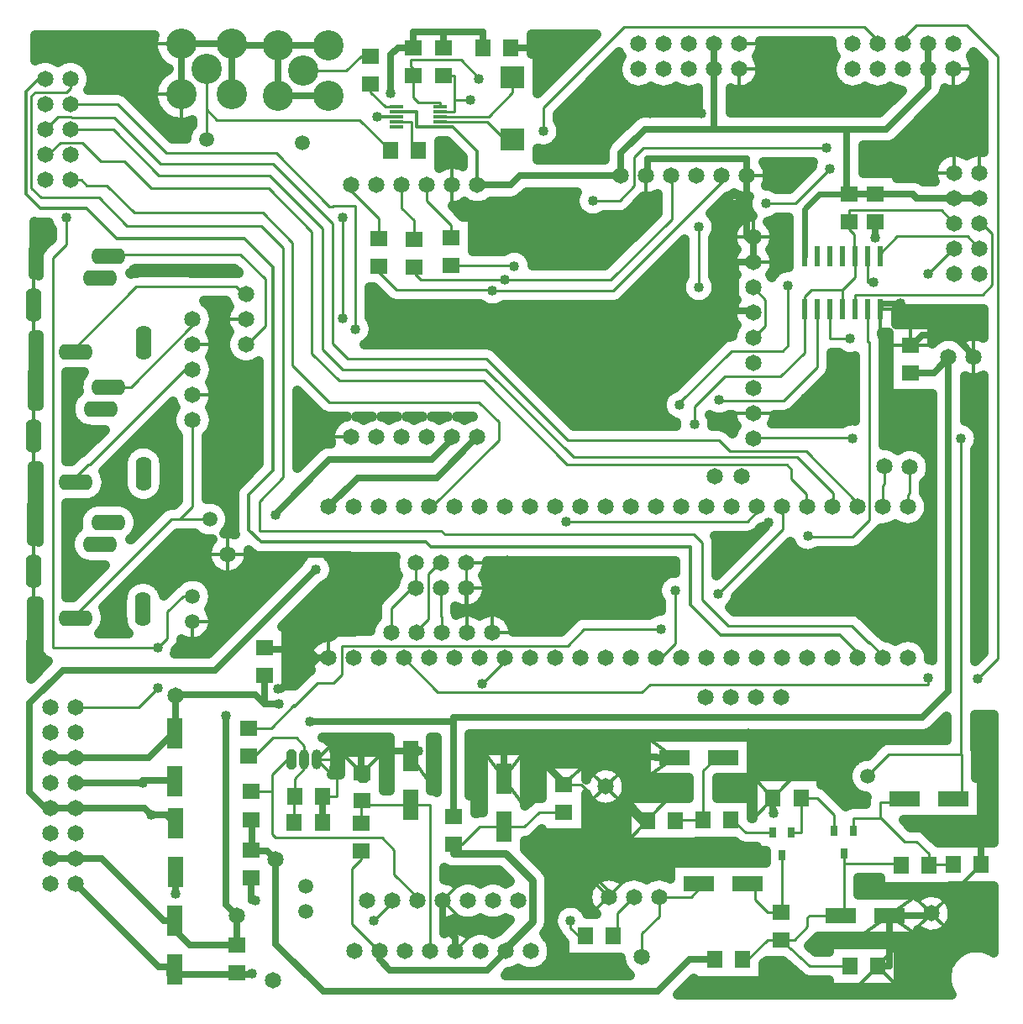
<source format=gbr>
G04 DipTrace 3.3.1.1*
G04 Top.gbr*
%MOIN*%
G04 #@! TF.FileFunction,Copper,L1,Top*
G04 #@! TF.Part,Single*
%AMOUTLINE0*
4,1,8,
-0.019685,-0.029528,
-0.009843,-0.03937,
0.009843,-0.03937,
0.019685,-0.029528,
0.019685,0.029528,
0.009843,0.03937,
-0.009843,0.03937,
-0.019685,0.029528,
-0.019685,-0.029528,
0*%
G04 #@! TA.AperFunction,Conductor*
%ADD14C,0.027559*%
%ADD15C,0.023622*%
%ADD16C,0.011811*%
%ADD17C,0.03*%
%ADD18C,0.03937*%
%ADD19C,0.01*%
G04 #@! TA.AperFunction,CopperBalancing*
%ADD20C,0.04*%
%ADD21C,0.012992*%
%ADD22C,0.013*%
%ADD25R,0.062992X0.124016*%
%ADD26R,0.070866X0.062992*%
%ADD27R,0.062992X0.070866*%
%ADD29R,0.124016X0.062992*%
G04 #@! TA.AperFunction,ComponentPad*
%ADD30O,0.062992X0.137795*%
%ADD31O,0.137795X0.062992*%
%ADD32C,0.065*%
%ADD33C,0.12*%
%ADD34C,0.059055*%
%ADD35O,0.03937X0.07874*%
%ADD37R,0.025591X0.041339*%
%ADD39R,0.023622X0.07874*%
%ADD40R,0.055118X0.011811*%
%ADD42R,0.094488X0.086614*%
G04 #@! TA.AperFunction,ComponentPad*
%ADD83OUTLINE0*%
%FSLAX26Y26*%
G04*
G70*
G90*
G75*
G01*
G04 Top*
%LPD*%
X1325904Y1025778D2*
D14*
Y1022272D1*
X1388790D1*
X1424091Y986971D1*
X629978Y1191374D2*
X904133D1*
X930358Y1165148D1*
X1025257Y1130060D2*
X990169Y1165148D1*
X930358D1*
X529978Y1191374D2*
X629978D1*
X1424091Y986971D2*
Y652101D1*
X1612387Y463804D1*
X2939719D1*
X3067722Y591807D1*
X3166735D1*
X1632766Y2385961D2*
X1749104Y2502298D1*
X2063020D1*
X2224291Y2663570D1*
X529978Y1191374D2*
X510379D1*
X447591Y1254163D1*
Y1606738D1*
X578314Y1737461D1*
X1183774D1*
X1583602Y2137289D1*
X1325904Y1025778D2*
X1330281D1*
Y1145654D1*
X1325236D1*
X1436657Y1602911D2*
X1434131Y1605437D1*
X1378378D1*
Y1715980D1*
Y1605437D2*
X1342761Y1641054D1*
X1024537D1*
Y1636870D1*
X1558252Y1535472D2*
X2128398D1*
Y1550723D1*
X3989912D1*
X4094000Y1654811D1*
Y2981008D1*
X629978Y1391374D2*
X529978D1*
X1022320Y1489035D2*
X1015946D1*
X918285Y1391374D1*
X629978D1*
X1024537Y1636870D2*
X1025154Y1636253D1*
Y1489035D1*
X1022320D1*
X3942112Y2917945D2*
X4036025D1*
X4094000Y2975920D1*
Y2981008D1*
X2128398Y1156373D2*
Y1535472D1*
X1880694Y4027328D2*
Y4179676D1*
X1909814Y4208795D1*
X1970585D1*
X3522465Y3382509D2*
D15*
Y3568860D1*
X3580168Y3626563D1*
X3699198D1*
X4013898Y4222675D2*
D14*
Y4122675D1*
X1022320Y744648D2*
Y708748D1*
X1081946Y649122D1*
X1269907D1*
X2124291Y2663570D2*
Y2654667D1*
X2043445Y2573820D1*
X1636734D1*
X1418694Y2355781D1*
X1423238D1*
X1970585Y4208795D2*
Y4270293D1*
X2088696D1*
X2246176D1*
Y4208795D1*
X3699198Y3626563D2*
X3802690D1*
Y3626598D1*
X3163898Y4122675D2*
Y4222675D1*
X3699198Y3626563D2*
X3690504D1*
Y3885387D1*
X3163898D1*
X2888748D1*
X2794000Y3790639D1*
Y3699793D1*
X629978Y991374D2*
X529978D1*
X2088696Y4270293D2*
Y4208795D1*
X2224291Y3663570D2*
D16*
Y3797986D1*
X2126588Y3895689D1*
X2075454D1*
X2794000Y3699793D2*
D14*
X2391371D1*
X2355148Y3663570D1*
X2224291D1*
X3163898Y4122675D2*
Y3885387D1*
X4116182Y3612315D2*
X4216182D1*
X1270495Y764453D2*
X1226130Y808818D1*
Y1555491D1*
X1227041Y1556402D1*
X1269907Y649122D2*
Y764453D1*
X1270495D1*
X3802690Y3626598D2*
X3952062D1*
X3966345Y3612315D1*
X4116182D1*
X2075454Y3895689D2*
D16*
X1983367D1*
Y3954744D1*
X1902226D1*
X629978Y991374D2*
D14*
X731324D1*
X978050Y744648D1*
X1022320D1*
X3690504Y3885387D2*
X3846957D1*
X4013898Y4052328D1*
Y4122675D1*
X629978Y891374D2*
X961038Y560314D1*
X1022320D1*
Y551735D1*
X629978Y1291374D2*
X895071D1*
Y1302367D1*
X1022320D1*
Y1296122D1*
X1341362Y824387D2*
X1325904D1*
Y915542D1*
X1378378Y1826217D2*
Y1821668D1*
X1551676D1*
X1587383Y1785961D1*
X1632766D1*
X1025320Y849549D2*
X1025257Y849612D1*
Y937147D1*
X895987Y1290752D2*
X895071Y1291374D1*
X1330955Y533740D2*
Y529367D1*
X1269907D1*
Y538886D1*
X1022320Y551735D2*
X1003474D1*
Y529367D1*
X1269907D1*
X1432703Y1663299D2*
D17*
X1443652D1*
X1500512Y1720159D1*
X1521581D1*
X1587383Y1785961D1*
X3822465Y3169911D2*
D15*
Y3193323D1*
X3903226D1*
X2356412Y4208795D2*
D14*
X2507469D1*
Y4212777D1*
X3802690Y3516362D2*
Y3454864D1*
X3802692D1*
X1902226Y3935059D2*
D16*
X1833566D1*
X1831304Y3932798D1*
X1827189D1*
X2894000Y3699793D2*
D14*
X2898197D1*
Y3767226D1*
X3294000D1*
Y3699793D1*
Y3456008D1*
X3319000D1*
Y3356008D1*
X3247774D1*
Y3165004D1*
X3319000D1*
Y3156008D1*
X2233957Y3116244D2*
D18*
X3066151D1*
Y3124420D1*
X3942112Y3028181D2*
D14*
X3950070D1*
X3988668Y3066780D1*
X4116408D1*
X4194000Y2989188D1*
Y2981008D1*
X2178583Y2163003D2*
D19*
Y2063003D1*
X2182766D1*
Y1885961D1*
X3112264Y3948689D2*
D14*
X2908661D1*
X2239336Y1418667D2*
X2330110D1*
Y1308869D1*
X2884927Y1393395D2*
X2933046D1*
X2933944Y1392497D1*
X3005951D1*
X2899210Y1142329D2*
X2873727D1*
X2826268Y1189789D1*
Y1334736D1*
X2884927Y1393395D1*
X3399291Y1169993D2*
Y1184315D1*
X3397623Y1185983D1*
Y1231416D1*
X1766852Y1330978D2*
X1778000D1*
Y1305652D1*
X1764102D1*
Y1417799D1*
X1989804D1*
Y1418667D1*
X2744837Y838732D2*
D19*
Y869029D1*
X2737982D1*
X2682210Y924801D1*
Y989059D1*
X2673207Y998062D1*
Y1248622D1*
X2636249Y1285580D1*
X2567619D1*
X2136944Y623127D2*
D14*
Y675129D1*
X2089829Y722243D1*
Y736848D1*
X2330110Y1308869D2*
Y1417505D1*
X2442694D1*
X2504004Y1356196D1*
Y1359186D1*
X2577610Y1285580D1*
X2567619D1*
X2086944Y823127D2*
Y728289D1*
X2136944Y678289D1*
Y623127D1*
X1587542Y1382894D2*
D19*
X1669886D1*
Y1417799D1*
X1764102D1*
X1587542Y1382894D2*
X1665667D1*
Y1237192D1*
X1609829D1*
D14*
X1607974D1*
Y1134652D1*
X1047892Y4023017D2*
Y4223017D1*
X1247892D1*
X1174791Y4232827D2*
D19*
X1247892D1*
Y4223017D1*
X1434197Y4216571D2*
D14*
X1247892D1*
Y4223017D1*
X1434197Y4216571D2*
X1634197D1*
X1247892Y4223017D2*
Y4023017D1*
X1434197Y4216571D2*
Y4016571D1*
X1634197D1*
X1333570Y2196186D2*
X1715648D1*
Y2121438D1*
X4223394Y966386D2*
Y1102255D1*
X4222211D1*
X3859633Y765634D2*
X4026841D1*
Y772941D1*
X3859633Y765634D2*
X3860367D1*
Y564051D1*
X3813925D1*
X3276971Y591807D2*
D19*
Y570272D1*
X3375328Y668629D1*
X3430530D1*
X3542983Y565546D1*
X3703689Y564051D1*
X3666719Y765634D2*
X3542388D1*
X3534169Y757415D1*
Y720197D1*
X3482601Y668629D1*
X3430530D1*
X3678058Y1009467D2*
Y969772D1*
X3737185D1*
X3735954Y971003D1*
X3905202D1*
Y964336D1*
X3678058Y1009467D2*
Y765634D1*
X3666719D1*
X2322429Y1108274D2*
X2330110Y1115955D1*
X2408802D1*
X2468190Y1175344D1*
X2567619D1*
X1836944Y623127D2*
D14*
Y589791D1*
X1877714Y549021D1*
X2262625D1*
X2331424Y617820D1*
X2336944D1*
Y623127D1*
X1836944D2*
D19*
X1832818D1*
X1724714Y731231D1*
Y950766D1*
X1762021Y988073D1*
Y1022299D1*
X2336944Y623127D2*
D17*
Y635698D1*
X2442587Y741341D1*
Y903117D1*
X2335909Y1009794D1*
X2128398D1*
Y1046136D1*
D19*
X2162539D1*
X2232358Y1115955D1*
X2330110D1*
X2932766Y1785961D2*
X2941560Y1777167D1*
X3007974Y1843580D1*
Y2054232D1*
X3534890Y2270277D2*
Y2268633D1*
X3714273D1*
X3781000Y2335360D1*
Y3040371D1*
X3772465D1*
Y3169911D1*
X3622465D2*
Y3052623D1*
X3703938D1*
X4012563Y3311850D2*
X4113028Y3412315D1*
X4116182D1*
X1534197Y4116571D2*
X1704392D1*
X1762325Y4174504D1*
X1800407D1*
X3183509Y2812163D2*
Y2808395D1*
X3439067D1*
X3572465Y2941793D1*
Y3169911D1*
X1877978Y3799562D2*
X1755424Y3922115D1*
X1422962D1*
X1423686Y3921391D1*
X1190643D1*
X1147892Y3964142D1*
Y4123017D1*
Y3964142D2*
X1149581D1*
Y3844320D1*
X2364286Y3842654D2*
Y3812822D1*
X2261734Y3915374D1*
X2075454D1*
X4116182Y3512315D2*
X4065638Y3562860D1*
X3699198D1*
Y3516327D1*
X3672465Y3169911D2*
Y3248512D1*
X3722465Y3298512D1*
Y3382509D1*
X3522465Y3169911D2*
Y2998879D1*
X3427690Y2904105D1*
X3205185D1*
X3084945Y2783865D1*
Y2715160D1*
X3522465Y3169911D2*
Y3222488D1*
X3548488Y3248512D1*
X3672465D1*
X3699198Y3516327D2*
Y3487667D1*
X3718387Y3468478D1*
Y3413881D1*
X3722465Y3417958D1*
Y3382509D1*
X4216182Y3412315D2*
X4168681Y3459816D1*
X3890567D1*
X3822465Y3391714D1*
Y3382509D1*
X3732766Y1785961D2*
D16*
Y1808138D1*
X3663705Y1877199D1*
X3187783D1*
X3068178Y1996804D1*
Y2227598D1*
X2039554D1*
X2020496Y2246656D1*
X1364665D1*
X1315769Y2295552D1*
Y2433383D1*
X1414420Y2532034D1*
Y3336499D1*
X1300870Y3450049D1*
X792801D1*
X671874Y3570975D1*
X489720D1*
X432051Y3628644D1*
Y4033857D1*
X482579Y4084385D1*
X508419D1*
Y4083146D1*
X2078583Y2163003D2*
D19*
X2071793D1*
X2030097Y2121307D1*
Y1941873D1*
X1982766Y1894542D1*
Y1885961D1*
X2075454Y3935059D2*
X2268039D1*
X2364286Y4031306D1*
Y4090685D1*
X2078583Y2063003D2*
X2080937D1*
Y1952508D1*
X2082766D1*
Y1885961D1*
X1902226Y3974429D2*
X1858108D1*
X1800407Y4032130D1*
Y4064268D1*
X1978583Y2163003D2*
Y2063003D1*
Y2080260D1*
X1882766Y1984444D1*
Y1885961D1*
X760756Y2861680D2*
X848560D1*
X1094000Y3107119D1*
Y3131008D1*
X2242783Y1685375D2*
X2332766Y1775358D1*
Y1785961D1*
X2088696Y4098559D2*
X2131241D1*
Y4000273D1*
X2195440D1*
X2075454Y3954744D2*
X2131749D1*
Y4098559D1*
X2088696D1*
X630899Y2482958D2*
X680283D1*
X679327Y2483915D1*
X636995D1*
Y2510184D1*
X680781Y2553970D1*
X686167D1*
X1058619Y2926423D1*
X1094000D1*
Y2931008D1*
X630182Y3002341D2*
X613199D1*
X870206Y3259348D1*
X1265660D1*
X1318236Y3206772D1*
Y3219272D1*
X1306500Y3231008D1*
X2229965Y4084064D2*
Y4089100D1*
X2159606Y4159458D1*
X1960810D1*
Y4132974D1*
X1970585Y4123198D1*
Y4098559D1*
Y4009745D1*
X1990585Y3989745D1*
X2075454D1*
Y3974429D1*
X1766852Y1220741D2*
X1761993D1*
Y1149202D1*
X1762021Y1149175D1*
Y1132535D1*
X1957932Y1204891D2*
X1766852D1*
Y1220741D1*
X1957932Y1204891D2*
X2036944D1*
Y623127D1*
X1834013Y3451425D2*
Y3529946D1*
X1724291Y3639668D1*
Y3663570D1*
X1924291D2*
Y3571419D1*
X1972693Y3523017D1*
Y3448736D1*
X2024291Y3663570D2*
Y3600076D1*
X2120432Y3503936D1*
Y3454073D1*
X4111539Y1226358D2*
X4146635D1*
Y1404427D1*
X4143563D1*
Y2658109D1*
X3712699D2*
X3715248Y2660657D1*
X3290243D1*
X3294892Y2656008D1*
X3319000D1*
X3773984Y1317278D2*
Y1321059D1*
X3857352Y1404427D1*
X4143563D1*
X3532766Y2385961D2*
X3530786Y2383980D1*
Y2437408D1*
X3470331Y2497864D1*
Y2535080D1*
X3451214Y2554197D1*
X2580537D1*
X2247879Y2886854D1*
X1676173D1*
X1567665Y2995362D1*
Y3479178D1*
X1396600Y3650244D1*
X930642D1*
X824365Y3756521D1*
X730446D1*
X654921Y3832046D1*
X567786D1*
X518886Y3783146D1*
X508419D1*
X1094000Y2731008D2*
Y2386178D1*
X1044240Y2336419D1*
X1008047D1*
X624144Y1952516D1*
Y1945728D1*
X629324D1*
X1161891Y2337310D2*
X1044240Y2336419D1*
X1690261Y3135823D2*
Y3533909D1*
X1740484Y3092441D2*
Y3580890D1*
X1651688D1*
X1649499Y3578701D1*
X1637037D1*
X1425850Y3789887D1*
X988524D1*
X795264Y3983147D1*
X608419D1*
X3640656Y1100018D2*
Y1164909D1*
X3574150Y1231416D1*
X3507860D1*
Y1094387D1*
X3470585D1*
X3433184Y1003836D2*
Y778865D1*
X3430530D1*
X3296509Y890203D2*
X3326190D1*
Y829038D1*
X3376364Y778865D1*
X3430530D1*
X3395782Y1094387D2*
X3288193D1*
X3237465Y1145115D1*
X3230735D1*
X3009446Y1142329D2*
X3028627D1*
X3031413Y1145115D1*
X3120499D1*
Y1340235D1*
X3172761Y1392497D1*
X3198865D1*
X3732766Y2385961D2*
Y2401811D1*
X3528046Y2606531D1*
X3225018D1*
X3181104Y2650446D1*
X2582804D1*
X2260375Y2972875D1*
X1708370D1*
X1648667Y3032579D1*
Y3510450D1*
X1411245Y3747871D1*
X965025D1*
X782648Y3930248D1*
X612773D1*
Y3933453D1*
X558726D1*
X508419Y3883146D1*
X3432766Y2385961D2*
X3434555D1*
Y2296938D1*
X3179159Y2041542D1*
X2951196Y1901429D2*
X2646890D1*
X2581213Y1835752D1*
X1684932D1*
Y1719741D1*
X1654262Y1689072D1*
X1637635D1*
X1639824Y1686883D1*
X1589482D1*
X1497533Y1594934D1*
Y1599314D1*
X1405316Y1507097D1*
X1316718D1*
X1537542Y1382894D2*
Y1346785D1*
X1499593Y1308836D1*
Y1237192D1*
X1316718Y1396861D2*
X1338667D1*
X1412437Y1470631D1*
X1505407D1*
X1537542Y1438496D1*
Y1382894D1*
X1499593Y1237192D2*
X1497738D1*
Y1134652D1*
X1886944Y823127D2*
Y817127D1*
X1813404Y743588D1*
X2594251D2*
Y714226D1*
X2624678Y683798D1*
X2653545D1*
X760039Y3381063D2*
Y3398466D1*
X769912Y3388593D1*
X1284308D1*
X1381759Y3291143D1*
Y3102974D1*
X1309793Y3031008D1*
X1306500D1*
X3832766Y1785961D2*
Y1796320D1*
X3777717Y1851370D1*
Y1848420D1*
X3710407Y1915730D1*
X3219310D1*
X3116343Y2018697D1*
Y2243241D1*
X3081991Y2277593D1*
X2094825D1*
X2080887Y2291531D1*
X1359554D1*
Y2408294D1*
X1453825Y2502566D1*
Y3415693D1*
X1367567Y3501951D1*
X834251D1*
X723633Y3612570D1*
X491911D1*
X453944Y3650537D1*
Y4016728D1*
X468845Y4031630D1*
X593189D1*
X608419Y4046860D1*
Y4083146D1*
X3796136Y3279093D2*
X3771367D1*
Y3382509D1*
X3772465D1*
X3457560Y3265531D2*
Y3027193D1*
X3436140Y3005773D1*
X3232171D1*
X3027230Y2800832D1*
Y2790559D1*
X3102818Y3257647D2*
Y3496937D1*
X1902226Y3915374D2*
X1961501D1*
Y3799562D1*
X1988214D1*
X4113157Y966386D2*
X4015438D1*
Y964336D1*
Y1010573D1*
X3967382Y1058630D1*
X3919073D1*
X3826953Y1150751D1*
X3814594D1*
X3821127D1*
X3826951D1*
X3814594D2*
X3715459D1*
Y1100018D1*
X3918626Y1226358D2*
X3937598D1*
X3951177Y1212778D1*
X3821127D1*
Y1150751D1*
X1834013Y3341189D2*
Y3316045D1*
X1902369Y3247689D1*
X2268923D1*
X2271999Y3244613D1*
X2283997D1*
X2762736D1*
X3217916Y3699793D1*
X3194000D1*
X1972693Y3338500D2*
X1976983D1*
Y3309457D1*
X1997822Y3288618D1*
X2333455D1*
Y3286566D1*
X2752609D1*
X2995071Y3529028D1*
Y3699793D1*
X2994000D1*
X2370644Y3342449D2*
X2369256Y3343837D1*
X2120432D1*
X3319000Y3256008D2*
X3366545Y3208463D1*
Y3103552D1*
X3319000Y3056008D1*
X2876535Y599720D2*
Y693853D1*
X2944837Y762155D1*
Y838732D1*
X3072075D1*
X3103596Y870253D1*
Y890203D1*
X2577290Y2328844D2*
X3294425D1*
X3332766Y2367185D1*
Y2385961D1*
X1487542Y1382894D2*
X1468151D1*
X1410400Y1325143D1*
Y1255890D1*
X1325236D1*
X1410400D2*
Y1086589D1*
X1422550Y1074440D1*
X1844769D1*
X1893619Y1025589D1*
Y927440D1*
X1997932Y823127D1*
X1986944D1*
X4013193Y1708862D2*
Y1682504D1*
X2908348D1*
X2876828Y1650984D1*
X2067743D1*
X1932766Y1785961D1*
X4208423Y1703631D2*
X4288745Y1783954D1*
Y4173967D1*
X4165738Y4296975D1*
X3964689D1*
X3914866Y4247152D1*
Y4211059D1*
X3903251Y4222675D1*
X3913896D1*
X2485580Y3876390D2*
Y3969270D1*
X2807083Y4290773D1*
X3759089D1*
X3815629Y4234234D1*
Y4222675D1*
X3813896D1*
X3623972Y3727726D2*
X3485802Y3589555D1*
X3368133D1*
X2682112Y3600857D2*
X2682888Y3601634D1*
X2765008D1*
X2766131Y3600510D1*
X2788056D1*
X2847037Y3659491D1*
Y3773332D1*
X2883827Y3810122D1*
X3609316D1*
Y3810003D1*
X3722465Y3169911D2*
Y3228908D1*
X4229230D1*
X4266442Y3266121D1*
Y3469724D1*
X4225860Y3510307D1*
X4214175D1*
X4216182Y3512315D1*
X3632766Y2385961D2*
X3635870D1*
Y2439597D1*
X3491365Y2584102D1*
X2605364D1*
X2257434Y2932031D1*
X1687916D1*
X1609260Y3010688D1*
Y3492315D1*
X1399428Y3702147D1*
X960301D1*
X779302Y3883146D1*
X608419D1*
X2844837Y838732D2*
X2843311D1*
X2779404Y774825D1*
Y682117D1*
X2777723Y683798D1*
X2763781D1*
X2032766Y2385961D2*
X2043766D1*
X2308794Y2650988D1*
Y2723766D1*
X2230668Y2801892D1*
X1636349D1*
X1491042Y2947199D1*
Y3433206D1*
X1371630Y3552618D1*
X862673D1*
X752814Y3662478D1*
X672626D1*
X651957Y3683147D1*
X608419D1*
X591929Y3532777D2*
Y3427509D1*
X537772Y3373352D1*
Y1826589D1*
X956419D1*
Y1667652D2*
X880140Y1591374D1*
X629978D1*
X956419Y1826589D2*
X994000Y1864171D1*
Y1969601D1*
X1055407Y2031008D1*
X1094000D1*
X3832766Y2385961D2*
Y2472084D1*
X3839545Y2478862D1*
Y2546232D1*
X3932766Y2385961D2*
Y2433462D1*
X3940192Y2440887D1*
Y2543001D1*
D20*
X1583602Y2137289D3*
X1558252Y1535472D3*
X1330955Y533740D3*
X2239336Y1418667D3*
X3007974Y2054232D3*
X3534890Y2270277D3*
X3703938Y3052623D3*
X4012563Y3311850D3*
X2242783Y1685375D3*
X2195440Y4000273D3*
X4143563Y2658109D3*
X3712699D3*
X1690261Y3135823D3*
Y3533909D3*
X1740484Y3092441D3*
X3179159Y2041542D3*
X2951196Y1901429D3*
X1813404Y743588D3*
X2594251D3*
X3457560Y3265531D3*
X3027230Y2790559D3*
X3102818Y3257647D3*
Y3496937D3*
X4208423Y1703631D3*
X3623972Y3727726D3*
X3368133Y3589555D3*
X591929Y3532777D3*
X956419Y1826589D3*
Y1667652D3*
X895987Y1290752D3*
X1432703Y1663299D3*
X1827189Y3932798D3*
X2233957Y3116244D3*
X3066151Y3124420D3*
X3112264Y3948689D3*
X2908661D3*
X1994000Y3131008D3*
X1715648Y2121438D3*
X3298762Y1488941D3*
X4244000Y1381008D3*
X3649037Y2897118D3*
X3899122Y2141948D3*
X2919492Y1998992D3*
X1189142Y1889302D3*
X1171277Y2557874D3*
X1333570Y2196186D3*
X3379773Y2322543D3*
X2572722Y4211038D3*
X3488375Y4119978D3*
X3930676Y3801480D3*
X4207555Y1957189D3*
X2343824Y2172997D3*
X3463034Y2088720D3*
X3526488Y2816510D3*
X1797171Y3218142D3*
X1027312Y2560379D3*
X634780Y2637441D3*
X1015272Y3321364D3*
X781316Y1884619D3*
X2884927Y1393395D3*
X3399291Y1169993D3*
X4222211Y1102255D3*
X1989804Y1418667D3*
X1341362Y824387D3*
X1025320Y849549D3*
X3903226Y3193323D3*
X2507469Y4212777D3*
X3802692Y3454864D3*
X930358Y1165148D3*
X1436657Y1602911D3*
X1227041Y1556402D3*
X1423238Y2355781D3*
X1880694Y4027328D3*
X3183509Y2812163D3*
X3084945Y2715160D3*
X2229965Y4084064D3*
X3796136Y3279093D3*
X2283997Y3244613D3*
X2333455Y3288618D3*
X2370644Y3342449D3*
X2577290Y2328844D3*
X4013193Y1708862D3*
X2485580Y3876390D3*
X3609316Y3810003D3*
X2682112Y3600857D3*
X474166Y4223016D2*
X932302D1*
X2443526D2*
X2655281D1*
X3352006D2*
X3625805D1*
X473915Y4183147D2*
X939658D1*
X2467138D2*
X2615413D1*
X3342138D2*
X3635673D1*
X671206Y4143278D2*
X965817D1*
X2467138D2*
X2575546D1*
X2743626D2*
X2778364D1*
X3349422D2*
X3628352D1*
X4199447D2*
X4228156D1*
X694028Y4103409D2*
X966499D1*
X2467138D2*
X2535679D1*
X2703758D2*
X2778041D1*
X3349745D2*
X3628029D1*
X4199770D2*
X4228156D1*
X694208Y4063541D2*
X939909D1*
X2467138D2*
X2495811D1*
X2663891D2*
X2800109D1*
X3327712D2*
X3650098D1*
X4177701D2*
X4228156D1*
X838785Y4023672D2*
X932302D1*
X2624024D2*
X3094503D1*
X3233265D2*
X3888764D1*
X4076651D2*
X4228156D1*
X878653Y3983803D2*
X939407D1*
X2584156D2*
X3094503D1*
X3233265D2*
X3848897D1*
X4041844D2*
X4228156D1*
X918520Y3943934D2*
X965136D1*
X2546191D2*
X2855658D1*
X4001976D2*
X4228156D1*
X958387Y3904066D2*
X1088972D1*
X2555628D2*
X2810982D1*
X3962109D2*
X4228156D1*
X998255Y3864197D2*
X1066939D1*
X2560150D2*
X2771115D1*
X3922242D2*
X4228156D1*
X2075318Y3824328D2*
X2112640D1*
X2538727D2*
X2733975D1*
X3874336D2*
X4228156D1*
X2075318Y3784459D2*
X2152507D1*
X2467138D2*
X2724609D1*
X3759866D2*
X4068974D1*
X2075318Y3744591D2*
X2097748D1*
X3369159D2*
X3550376D1*
X3759866D2*
X4034525D1*
X3381969Y3704722D2*
X3516932D1*
X3893714D2*
X4028425D1*
X3374505Y3664853D2*
X3477065D1*
X2413025Y3624984D2*
X2610713D1*
X2158570Y3585115D2*
X2190006D1*
X2258579D2*
X2608273D1*
X2856697D2*
X2934460D1*
X3187298D2*
X3292656D1*
X2163163Y3545247D2*
X2632997D1*
X2804270D2*
X2927247D1*
X3159667D2*
X3307907D1*
X469465Y3505378D2*
X521787D1*
X2211463D2*
X2887380D1*
X3177932D2*
X3246903D1*
X3391084D2*
X3455068D1*
X469214Y3465509D2*
X531332D1*
X2211463D2*
X2847512D1*
X3171150D2*
X3231437D1*
X3406550D2*
X3455068D1*
X468963Y3425640D2*
X506033D1*
X2211463D2*
X2807645D1*
X3163435D2*
X3236569D1*
X3401419D2*
X3455068D1*
X2431648Y3385772D2*
X2767778D1*
X2987925D2*
X3042220D1*
X3163435D2*
X3236353D1*
X3401670D2*
X3455068D1*
X2446146Y3345903D2*
X2727910D1*
X2948058D2*
X3042220D1*
X3163435D2*
X3231509D1*
X3406478D2*
X3455068D1*
X2908190Y3306034D2*
X3042220D1*
X3163435D2*
X3247370D1*
X2868323Y3266165D2*
X3027723D1*
X3177896D2*
X3231509D1*
X1801091Y3226297D2*
X1839705D1*
X2828456D2*
X3034433D1*
X3171186D2*
X3236318D1*
X1161241Y3186428D2*
X1231181D1*
X1801091D2*
X2238271D1*
X2329737D2*
X3091453D1*
X3114202D2*
X3236605D1*
X1180654Y3146559D2*
X1219842D1*
X1801091D2*
X3231437D1*
X3889874D2*
X4228156D1*
X1178501Y3106690D2*
X1221995D1*
X1814656D2*
X3246868D1*
X4033160D2*
X4228156D1*
X1174087Y3066822D2*
X1226408D1*
X1811354D2*
X3231581D1*
X4033160D2*
X4228156D1*
X1182017Y3026953D2*
X1218514D1*
X2281078D2*
X3169322D1*
X1169709Y2987084D2*
X1230786D1*
X2330204D2*
X3129454D1*
X3633051D2*
X3671126D1*
X1180510Y2947215D2*
X1295306D1*
X1317700D2*
X1352900D1*
X2370071D2*
X3089551D1*
X3633051D2*
X3720395D1*
X598361Y2907346D2*
X649929D1*
X1178716D2*
X1352900D1*
X2409938D2*
X3049684D1*
X3621389D2*
X3720395D1*
X598361Y2867478D2*
X636472D1*
X1173764D2*
X1352900D1*
X2449806D2*
X3009817D1*
X3582203D2*
X3720395D1*
X4163383D2*
X4228156D1*
X598361Y2827609D2*
X622047D1*
X1182017D2*
X1352900D1*
X2489673D2*
X2961947D1*
X3542336D2*
X3720395D1*
X3841610D2*
X4024621D1*
X4163383D2*
X4228156D1*
X1170104Y2787740D2*
X1352900D1*
X1514413D2*
X1566447D1*
X2529540D2*
X2951684D1*
X3502468D2*
X3720395D1*
X3841610D2*
X4024621D1*
X4163383D2*
X4228156D1*
X964129Y2747871D2*
X1007623D1*
X1180403D2*
X1352900D1*
X1514413D2*
X1615465D1*
X2569408D2*
X2965751D1*
X3406694D2*
X3720395D1*
X3841610D2*
X4024621D1*
X4163383D2*
X4228156D1*
X598361Y2708003D2*
X638590D1*
X924261D2*
X1009094D1*
X1178896D2*
X1352900D1*
X1514413D2*
X1648873D1*
X2609275D2*
X3009709D1*
X3160169D2*
X3245935D1*
X3841610D2*
X4024621D1*
X4198909D2*
X4228156D1*
X598361Y2668134D2*
X716279D1*
X884358D2*
X1033387D1*
X1154602D2*
X1352900D1*
X1514413D2*
X1636313D1*
X3841610D2*
X4024621D1*
X598361Y2628265D2*
X676411D1*
X942598D2*
X1033387D1*
X1154602D2*
X1352900D1*
X1514413D2*
X1596554D1*
X3862064D2*
X4024621D1*
X598361Y2588396D2*
X631162D1*
X979128D2*
X1033387D1*
X1154602D2*
X1352900D1*
X1514413D2*
X1554856D1*
X4204148D2*
X4228156D1*
X764756Y2548528D2*
X811803D1*
X986018D2*
X1033387D1*
X1154602D2*
X1345580D1*
X4204148D2*
X4228156D1*
X751335Y2508659D2*
X811803D1*
X986018D2*
X1033387D1*
X1154602D2*
X1305712D1*
X4204148D2*
X4228156D1*
X754170Y2468790D2*
X812628D1*
X985193D2*
X1033387D1*
X1154602D2*
X1266455D1*
X4000792D2*
X4024621D1*
X4204148D2*
X4228156D1*
X735439Y2428921D2*
X829709D1*
X968112D2*
X1033387D1*
X1154602D2*
X1254255D1*
X4204148D2*
X4228156D1*
X598361Y2389052D2*
X665503D1*
X852852D2*
X983221D1*
X1228380D2*
X1254255D1*
X4204148D2*
X4228156D1*
X598361Y2349184D2*
X638446D1*
X879909D2*
X936751D1*
X4204148D2*
X4228156D1*
X598361Y2309315D2*
X636078D1*
X3871394D2*
X3894146D1*
X3971367D2*
X4024621D1*
X4204148D2*
X4228156D1*
X1025132Y2269446D2*
X1113445D1*
X3170504D2*
X3323014D1*
X3799123D2*
X4024621D1*
X4204148D2*
X4228156D1*
X985264Y2229577D2*
X1150765D1*
X3176927D2*
X3283146D1*
X3451226D2*
X3471969D1*
X3759256D2*
X4024621D1*
X4204148D2*
X4228156D1*
X945397Y2189709D2*
X1145095D1*
X1320459D2*
X1352685D1*
X3176927D2*
X3243279D1*
X3411358D2*
X4024621D1*
X4204148D2*
X4228156D1*
X598361Y2149840D2*
X737415D1*
X905530D2*
X1159951D1*
X1305603D2*
X1499702D1*
X1658093D2*
X1891522D1*
X2265648D2*
X3006659D1*
X3176927D2*
X3203412D1*
X3371491D2*
X4024621D1*
X4204148D2*
X4228156D1*
X598361Y2109971D2*
X697547D1*
X865627D2*
X1071389D1*
X1116601D2*
X1459835D1*
X1653787D2*
X1904835D1*
X2252335D2*
X2959040D1*
X3331624D2*
X4024621D1*
X4204148D2*
X4228156D1*
X598361Y2070102D2*
X657680D1*
X966102D2*
X1010457D1*
X1169099D2*
X1419968D1*
X1612879D2*
X1884381D1*
X2266366D2*
X2934137D1*
X3291756D2*
X4024621D1*
X4204148D2*
X4228156D1*
X785892Y2030234D2*
X811157D1*
X1179111D2*
X1380100D1*
X1573012D2*
X1844514D1*
X2260050D2*
X2936505D1*
X3253863D2*
X4024621D1*
X4204148D2*
X4228156D1*
X746025Y1990365D2*
X810259D1*
X1168202D2*
X1340233D1*
X1533144D2*
X1822481D1*
X2224955D2*
X2947378D1*
X3233229D2*
X4024621D1*
X4204148D2*
X4228156D1*
X753668Y1950496D2*
X810259D1*
X1176743D2*
X1300366D1*
X1493277D2*
X1822158D1*
X2340682D2*
X2614660D1*
X3759686D2*
X4024621D1*
X4204148D2*
X4228156D1*
X746061Y1910627D2*
X816898D1*
X1176527D2*
X1260462D1*
X1453410D2*
X1798366D1*
X2367165D2*
X2572030D1*
X3799554D2*
X4024621D1*
X4204148D2*
X4228156D1*
X1152341Y1870759D2*
X1220595D1*
X1469414D2*
X1636457D1*
X3842363D2*
X4024621D1*
X4204148D2*
X4228156D1*
X1043792Y1830890D2*
X1180728D1*
X1469414D2*
X1557691D1*
X4204148D2*
X4228156D1*
X458269Y1791021D2*
X489742D1*
X1469414D2*
X1544809D1*
X458018Y1751152D2*
X495555D1*
X1469414D2*
X1552201D1*
X1469414Y1711283D2*
X1529845D1*
X1448080Y1909313D2*
X1465411D1*
Y1676317D1*
X1498481Y1675959D1*
X1552723Y1729922D1*
X1559908Y1735143D1*
X1563801Y1737322D1*
X1562678Y1739480D1*
X1558029Y1747398D1*
X1554270Y1755775D1*
X1551447Y1764512D1*
X1549594Y1773505D1*
X1548732Y1782646D1*
X1548871Y1791827D1*
X1550011Y1800937D1*
X1552137Y1809870D1*
X1555224Y1818517D1*
X1559235Y1826776D1*
X1564123Y1834549D1*
X1569828Y1841743D1*
X1576285Y1848271D1*
X1583414Y1854057D1*
X1591132Y1859032D1*
X1599346Y1863135D1*
X1607958Y1866318D1*
X1616866Y1868544D1*
X1625963Y1869785D1*
X1635142Y1870027D1*
X1639691Y1869770D1*
X1644909Y1875774D1*
X1651663Y1881542D1*
X1659236Y1886183D1*
X1667441Y1889582D1*
X1676078Y1891655D1*
X1684949Y1892351D1*
X1798926Y1892559D1*
X1799702Y1899117D1*
X1800990Y1905593D1*
X1802783Y1911949D1*
X1805068Y1918144D1*
X1807833Y1924141D1*
X1811059Y1929903D1*
X1814728Y1935393D1*
X1818816Y1940579D1*
X1826159Y1948072D1*
X1826341Y1988884D1*
X1827730Y1997657D1*
X1830475Y2006103D1*
X1834507Y2014017D1*
X1839727Y2021202D1*
X1855736Y2037457D1*
X1895750Y2077472D1*
X1898599Y2088991D1*
X1900884Y2095186D1*
X1903649Y2101183D1*
X1906876Y2106945D1*
X1910976Y2112982D1*
X1906876Y2119060D1*
X1903649Y2124822D1*
X1900884Y2130819D1*
X1898599Y2137014D1*
X1896806Y2143370D1*
X1895518Y2149846D1*
X1894742Y2156404D1*
X1894483Y2163003D1*
X1894742Y2169601D1*
X1895518Y2176159D1*
X1896806Y2182635D1*
X1898661Y2189160D1*
X1632983Y2189151D1*
X1638047Y2183789D1*
X1644651Y2174700D1*
X1649752Y2164689D1*
X1653224Y2154003D1*
X1654982Y2142906D1*
Y2131671D1*
X1653224Y2120574D1*
X1649752Y2109889D1*
X1644651Y2099878D1*
X1638047Y2090788D1*
X1630103Y2082844D1*
X1621013Y2076240D1*
X1611002Y2071139D1*
X1609292Y2070508D1*
X1448079Y1909305D1*
X3885874Y3111277D2*
X4029145D1*
Y3034550D1*
X4034532Y3040476D1*
X4039381Y3044958D1*
X4044567Y3049046D1*
X4050058Y3052715D1*
X4055819Y3055942D1*
X4061816Y3058706D1*
X4068012Y3060992D1*
X4074367Y3062784D1*
X4080844Y3064072D1*
X4087402Y3064849D1*
X4094000Y3065108D1*
X4100598Y3064849D1*
X4107156Y3064072D1*
X4113633Y3062784D1*
X4119988Y3060992D1*
X4126184Y3058706D1*
X4132181Y3055942D1*
X4137942Y3052715D1*
X4143980Y3048615D1*
X4150779Y3053152D1*
X4158901Y3057434D1*
X4167442Y3060804D1*
X4176299Y3063224D1*
X4185367Y3064664D1*
X4194538Y3065106D1*
X4203703Y3064546D1*
X4212752Y3062991D1*
X4221578Y3060458D1*
X4230075Y3056978D1*
X4232140Y3055958D1*
X4232145Y3172349D1*
X3885854Y3172308D1*
X3885876Y3111280D1*
X3855084Y2945085D2*
X3855079Y3078940D1*
X3829071Y3078941D1*
X3829260Y3069945D1*
X3833292Y3062031D1*
X3836036Y3053584D1*
X3837426Y3044812D1*
X3837600Y3021999D1*
Y2630323D1*
X3846143Y2630073D1*
X3852701Y2629297D1*
X3859177Y2628009D1*
X3865533Y2626216D1*
X3871728Y2623931D1*
X3877725Y2621166D1*
X3883487Y2617939D1*
X3891996Y2611891D1*
X3902011Y2617935D1*
X3908008Y2620700D1*
X3914203Y2622985D1*
X3920559Y2624778D1*
X3927035Y2626066D1*
X3933593Y2626842D1*
X3940192Y2627101D1*
X3946790Y2626842D1*
X3953348Y2626066D1*
X3959824Y2624778D1*
X3966180Y2622985D1*
X3972375Y2620700D1*
X3978372Y2617935D1*
X3984134Y2614708D1*
X3989624Y2611040D1*
X3994810Y2606951D1*
X3999659Y2602469D1*
X4004142Y2597620D1*
X4008230Y2592434D1*
X4011899Y2586943D1*
X4015125Y2581182D1*
X4017890Y2575185D1*
X4020175Y2568990D1*
X4021968Y2562634D1*
X4023256Y2556157D1*
X4024032Y2549600D1*
X4024292Y2543001D1*
X4024032Y2536403D1*
X4023256Y2529845D1*
X4021968Y2523369D1*
X4020175Y2517013D1*
X4017890Y2510818D1*
X4015125Y2504821D1*
X4011899Y2499059D1*
X4008230Y2493569D1*
X4004142Y2488383D1*
X3996799Y2480890D1*
X3996791Y2440870D1*
X4004473Y2429903D1*
X4007700Y2424141D1*
X4010465Y2418144D1*
X4012750Y2411949D1*
X4014543Y2405593D1*
X4015831Y2399117D1*
X4016607Y2392559D1*
X4016866Y2385961D1*
X4016607Y2379362D1*
X4015831Y2372804D1*
X4014543Y2366328D1*
X4012750Y2359972D1*
X4010465Y2353777D1*
X4007700Y2347780D1*
X4004473Y2342019D1*
X4000805Y2336528D1*
X3996717Y2331342D1*
X3992234Y2326493D1*
X3987385Y2322010D1*
X3982199Y2317922D1*
X3976709Y2314254D1*
X3970947Y2311027D1*
X3964950Y2308262D1*
X3958755Y2305977D1*
X3952399Y2304184D1*
X3945923Y2302896D1*
X3939365Y2302120D1*
X3932766Y2301861D1*
X3926168Y2302120D1*
X3919610Y2302896D1*
X3913134Y2304184D1*
X3906778Y2305977D1*
X3900583Y2308262D1*
X3894586Y2311027D1*
X3888824Y2314254D1*
X3882787Y2318353D1*
X3876709Y2314254D1*
X3870947Y2311027D1*
X3864950Y2308262D1*
X3858755Y2305977D1*
X3852399Y2304184D1*
X3845923Y2302896D1*
X3839365Y2302120D1*
X3832766Y2301861D1*
X3826812Y2302095D1*
X3821010Y2295325D1*
X3751032Y2225594D1*
X3743846Y2220373D1*
X3735933Y2216341D1*
X3727486Y2213596D1*
X3718714Y2212207D1*
X3695900Y2212032D1*
X3576514D1*
X3567395Y2206481D1*
X3557015Y2202181D1*
X3546090Y2199558D1*
X3534890Y2198677D1*
X3523689Y2199558D1*
X3512764Y2202181D1*
X3502384Y2206481D1*
X3492804Y2212351D1*
X3484261Y2219648D1*
X3476964Y2228191D1*
X3471094Y2237771D1*
X3466794Y2248151D1*
X3466574Y2248933D1*
X3250196Y2032534D1*
X3248780Y2024827D1*
X3245309Y2014142D1*
X3240208Y2004131D1*
X3233604Y1995042D1*
X3226869Y1988215D1*
X3242763Y1972321D1*
X3714848Y1972155D1*
X3723620Y1970766D1*
X3732067Y1968021D1*
X3739980Y1963989D1*
X3747166Y1958769D1*
X3763421Y1942761D1*
X3805516Y1900665D1*
X3810985Y1897161D1*
X3817751Y1891380D1*
X3839365Y1869801D1*
X3845923Y1869025D1*
X3852399Y1867737D1*
X3858755Y1865944D1*
X3864950Y1863659D1*
X3870947Y1860894D1*
X3876709Y1857668D1*
X3882746Y1853568D1*
X3888824Y1857668D1*
X3894586Y1860894D1*
X3900583Y1863659D1*
X3906778Y1865944D1*
X3913134Y1867737D1*
X3919610Y1869025D1*
X3926168Y1869801D1*
X3932766Y1870061D1*
X3939365Y1869801D1*
X3945923Y1869025D1*
X3952399Y1867737D1*
X3958755Y1865944D1*
X3964950Y1863659D1*
X3970947Y1860894D1*
X3976709Y1857668D1*
X3982199Y1853999D1*
X3987385Y1849911D1*
X3992234Y1845428D1*
X3996717Y1840579D1*
X4000805Y1835393D1*
X4004473Y1829903D1*
X4007700Y1824141D1*
X4010465Y1818144D1*
X4012750Y1811949D1*
X4014543Y1805593D1*
X4015831Y1799117D1*
X4016607Y1792559D1*
X4016866Y1785961D1*
X4016647Y1780367D1*
X4024394Y1779581D1*
X4028637Y1778737D1*
X4028620Y2834862D1*
X3855079Y2834849D1*
Y2945121D1*
X3755883Y3709694D2*
X3889723D1*
Y3692003D1*
X3952062Y3691978D1*
X3962289Y3691173D1*
X3972265Y3688778D1*
X3981743Y3684852D1*
X3990507Y3679479D1*
X3993904Y3677695D1*
X4039513D1*
X4035878Y3687335D1*
X4033633Y3696238D1*
X4032373Y3705333D1*
X4032111Y3714511D1*
X4032852Y3723663D1*
X4034585Y3732679D1*
X4037292Y3741453D1*
X4040938Y3749880D1*
X4045482Y3757859D1*
X4050868Y3765295D1*
X4057033Y3772099D1*
X4063903Y3778191D1*
X4071396Y3783498D1*
X4079423Y3787956D1*
X4087888Y3791512D1*
X4096690Y3794125D1*
X4105724Y3795762D1*
X4114884Y3796405D1*
X4124058Y3796045D1*
X4133139Y3794688D1*
X4142018Y3792348D1*
X4150589Y3789055D1*
X4158749Y3784847D1*
X4166176Y3779939D1*
X4172961Y3784459D1*
X4181084Y3788741D1*
X4189624Y3792111D1*
X4198482Y3794531D1*
X4207550Y3795971D1*
X4216721Y3796413D1*
X4225886Y3795853D1*
X4232146Y3794881D1*
X4232145Y4150552D1*
X4191759Y4190909D1*
X4188469Y4183793D1*
X4183786Y4175895D1*
X4181516Y4172675D1*
X4186132Y4165742D1*
X4190397Y4157610D1*
X4193749Y4149062D1*
X4196150Y4140200D1*
X4197570Y4131129D1*
X4197996Y4122675D1*
X4197495Y4113506D1*
X4195997Y4104448D1*
X4193521Y4095606D1*
X4190096Y4087087D1*
X4185762Y4078992D1*
X4180572Y4071418D1*
X4174587Y4064455D1*
X4167878Y4058186D1*
X4160526Y4052686D1*
X4152619Y4048019D1*
X4144250Y4044243D1*
X4135518Y4041402D1*
X4126530Y4039529D1*
X4117390Y4038647D1*
X4108209Y4038767D1*
X4099096Y4039887D1*
X4090159Y4041994D1*
X4081505Y4045062D1*
X4078989Y4046167D1*
X4077471Y4037066D1*
X4074300Y4027308D1*
X4069643Y4018167D1*
X4063613Y4009867D1*
X4047136Y3993106D1*
X3889417Y3835672D1*
X3881117Y3829642D1*
X3871976Y3824984D1*
X3862219Y3821814D1*
X3852086Y3820209D1*
X3828584Y3820008D1*
X3755919D1*
X3755883Y3709662D1*
X2071310Y3838187D2*
Y3733333D1*
X2074271Y3731177D1*
X2081070Y3735714D1*
X2089193Y3739995D1*
X2097733Y3743366D1*
X2106590Y3745786D1*
X2115659Y3747225D1*
X2124830Y3747668D1*
X2133995Y3747108D1*
X2143044Y3745552D1*
X2151869Y3743019D1*
X2160366Y3739540D1*
X2166790Y3736141D1*
X2166786Y3774201D1*
X2102762Y3838190D1*
X2071326Y3838183D1*
X2439508Y4260827D2*
Y4185599D1*
X2463130Y4185592D1*
Y4026876D1*
X2697394Y4261129D1*
X2439483Y4260831D1*
X460791Y2787992D2*
X468545Y2787866D1*
X477662Y2786779D1*
X481175Y2786082D1*
X481172Y3068505D1*
X471811Y3066937D1*
X462608Y3066421D1*
X460784Y2787998D1*
X481168Y2548990D2*
X472527Y2547554D1*
X463360Y2547038D1*
X459207Y2547142D1*
X457272Y2250679D1*
X465136Y2250733D1*
X474275Y2249847D1*
X481166Y2248489D1*
X481172Y2548974D1*
X642390Y2843106D2*
X641281Y2848681D1*
X640514Y2855160D1*
X640258Y2861680D1*
X640514Y2868199D1*
X641281Y2874679D1*
X642554Y2881078D1*
X644325Y2887358D1*
X646584Y2893479D1*
X649315Y2899405D1*
X652503Y2905097D1*
X656128Y2910522D1*
X663507Y2919258D1*
X594345Y2919245D1*
X594372Y2566065D1*
X612839Y2566054D1*
X644022Y2597009D1*
X651207Y2602229D1*
X659136Y2606984D1*
X744671Y2692519D1*
X690871Y2692530D1*
X684352Y2692786D1*
X677872Y2693553D1*
X671473Y2694826D1*
X665193Y2696597D1*
X659072Y2698855D1*
X653147Y2701587D1*
X647454Y2704775D1*
X642029Y2708400D1*
X636905Y2712439D1*
X632114Y2716868D1*
X627685Y2721659D1*
X623645Y2726783D1*
X620020Y2732208D1*
X616832Y2737901D1*
X614101Y2743826D1*
X611842Y2749948D1*
X610071Y2756228D1*
X608798Y2762627D1*
X608031Y2769106D1*
X607775Y2775626D1*
X608031Y2782146D1*
X608798Y2788625D1*
X610071Y2795024D1*
X611842Y2801304D1*
X614101Y2807425D1*
X616832Y2813351D1*
X620020Y2819044D1*
X623645Y2824469D1*
X627685Y2829593D1*
X632114Y2834384D1*
X636905Y2838813D1*
X642347Y2843065D1*
X751140Y2476438D2*
X750374Y2469959D1*
X749101Y2463560D1*
X747330Y2457280D1*
X745071Y2451159D1*
X742340Y2445233D1*
X739152Y2439540D1*
X735527Y2434115D1*
X731487Y2428991D1*
X727058Y2424200D1*
X722267Y2419771D1*
X717143Y2415732D1*
X711718Y2412107D1*
X706025Y2408919D1*
X700100Y2406187D1*
X693979Y2403929D1*
X687699Y2402158D1*
X681300Y2400885D1*
X674820Y2400118D1*
X659114Y2399862D1*
X594374D1*
X594372Y2028807D1*
X620379Y2028824D1*
X746896Y2155312D1*
X689297Y2155300D1*
X682777Y2155556D1*
X676297Y2156323D1*
X669898Y2157596D1*
X663618Y2159367D1*
X657497Y2161626D1*
X651572Y2164357D1*
X645879Y2167545D1*
X640454Y2171170D1*
X635330Y2175210D1*
X630539Y2179639D1*
X626110Y2184430D1*
X622070Y2189554D1*
X618446Y2194979D1*
X615257Y2200672D1*
X612526Y2206597D1*
X610268Y2212718D1*
X608496Y2218998D1*
X607224Y2225397D1*
X606457Y2231877D1*
X606201Y2238396D1*
X606457Y2244916D1*
X607224Y2251395D1*
X608496Y2257795D1*
X610268Y2264074D1*
X612526Y2270196D1*
X615257Y2276121D1*
X618446Y2281814D1*
X622070Y2287239D1*
X626110Y2292363D1*
X630539Y2297154D1*
X635330Y2301583D1*
X640772Y2305835D1*
X638940Y2317930D1*
X638683Y2324450D1*
X638940Y2330970D1*
X639707Y2337449D1*
X640979Y2343849D1*
X642750Y2350128D1*
X645009Y2356250D1*
X647740Y2362175D1*
X650928Y2367868D1*
X654553Y2373293D1*
X658593Y2378417D1*
X663022Y2383208D1*
X667813Y2387637D1*
X672937Y2391676D1*
X678362Y2395301D1*
X684055Y2398489D1*
X689980Y2401221D1*
X696101Y2403479D1*
X702381Y2405250D1*
X708780Y2406523D1*
X715260Y2407290D1*
X730966Y2407546D1*
X796583D1*
X803102Y2407290D1*
X809582Y2406523D1*
X815981Y2405250D1*
X822261Y2403479D1*
X828382Y2401221D1*
X834308Y2398489D1*
X840000Y2395301D1*
X845425Y2391676D1*
X850549Y2387637D1*
X855340Y2383208D1*
X859769Y2378417D1*
X863809Y2373293D1*
X867434Y2367868D1*
X870622Y2362175D1*
X873353Y2356250D1*
X875612Y2350128D1*
X877383Y2343849D1*
X878656Y2337449D1*
X879423Y2330970D1*
X879679Y2324450D1*
X879423Y2317930D1*
X878656Y2311451D1*
X877383Y2305052D1*
X875612Y2298772D1*
X873353Y2292651D1*
X870622Y2286725D1*
X867434Y2281033D1*
X863809Y2275607D1*
X859769Y2270484D1*
X855340Y2265692D1*
X850549Y2261263D1*
X845107Y2257012D1*
X850447Y2258863D1*
X971288Y2379458D1*
X978474Y2384678D1*
X986387Y2388710D1*
X994834Y2391455D1*
X1003606Y2392844D1*
X1020786Y2393019D1*
X1037382Y2409605D1*
X1037400Y2668838D1*
X1030050Y2676389D1*
X1025962Y2681575D1*
X1022293Y2687066D1*
X1019066Y2692827D1*
X1016302Y2698824D1*
X1014016Y2705020D1*
X1012224Y2711375D1*
X1010935Y2717852D1*
X1010159Y2724409D1*
X1009900Y2731008D1*
X1010159Y2737606D1*
X1010935Y2744164D1*
X1012224Y2750641D1*
X1014016Y2756996D1*
X1016302Y2763192D1*
X1019066Y2769188D1*
X1022293Y2774950D1*
X1026393Y2780988D1*
X1021948Y2787633D1*
X1017649Y2795746D1*
X1014842Y2802605D1*
X738966Y2526725D1*
X742340Y2520683D1*
X745071Y2514757D1*
X747330Y2508636D1*
X749101Y2502356D1*
X750374Y2495957D1*
X751140Y2489478D1*
X751397Y2482958D1*
X751140Y2476438D1*
X815818Y2555224D2*
X816073Y2561769D1*
X816840Y2568248D1*
X818113Y2574648D1*
X819884Y2580927D1*
X822143Y2587049D1*
X824874Y2592974D1*
X828062Y2598667D1*
X831687Y2604092D1*
X835727Y2609216D1*
X840156Y2614007D1*
X844947Y2618436D1*
X850071Y2622475D1*
X855496Y2626100D1*
X861189Y2629288D1*
X867114Y2632020D1*
X873235Y2634278D1*
X879515Y2636049D1*
X885914Y2637322D1*
X892394Y2638089D1*
X898913Y2638345D1*
X905433Y2638089D1*
X911912Y2637322D1*
X918312Y2636049D1*
X924591Y2634278D1*
X930713Y2632020D1*
X936638Y2629288D1*
X942331Y2626100D1*
X947756Y2622475D1*
X952880Y2618436D1*
X957671Y2614007D1*
X962100Y2609216D1*
X966140Y2604092D1*
X969764Y2598667D1*
X972953Y2592974D1*
X975684Y2587049D1*
X977942Y2580927D1*
X979713Y2574648D1*
X980986Y2568248D1*
X981753Y2561769D1*
X982009Y2546063D1*
X981974Y2480446D1*
X981753Y2473927D1*
X980986Y2467447D1*
X979713Y2461048D1*
X977942Y2454768D1*
X975684Y2448647D1*
X972953Y2442721D1*
X969764Y2437029D1*
X966140Y2431604D1*
X962100Y2426480D1*
X957671Y2421688D1*
X952880Y2417259D1*
X947756Y2413220D1*
X942331Y2409595D1*
X936638Y2406407D1*
X930713Y2403675D1*
X924591Y2401417D1*
X918312Y2399646D1*
X911912Y2398373D1*
X905433Y2397606D1*
X898913Y2397350D1*
X892394Y2397606D1*
X885914Y2398373D1*
X879515Y2399646D1*
X873235Y2401417D1*
X867114Y2403675D1*
X861189Y2406407D1*
X855496Y2409595D1*
X850071Y2413220D1*
X844947Y2417259D1*
X840156Y2421688D1*
X835727Y2426480D1*
X831687Y2431604D1*
X828062Y2437029D1*
X824874Y2442721D1*
X822143Y2448647D1*
X819884Y2454768D1*
X818113Y2461048D1*
X816840Y2467447D1*
X816073Y2473927D1*
X815817Y2489633D1*
Y2555183D1*
X481173Y2012126D2*
X472776Y2010549D1*
X463623Y2009830D1*
X455698Y2010030D1*
X453708Y1705323D1*
X520948Y1772555D1*
X516112Y1774298D1*
X508198Y1778330D1*
X501013Y1783550D1*
X494733Y1789830D1*
X489512Y1797016D1*
X485480Y1804929D1*
X482735Y1813376D1*
X481346Y1822148D1*
X481172Y1844962D1*
Y2012146D1*
X749566Y1939209D2*
X748799Y1932729D1*
X747526Y1926330D1*
X745755Y1920050D1*
X743496Y1913929D1*
X740765Y1908004D1*
X737577Y1902311D1*
X733952Y1896886D1*
X729912Y1891762D1*
X725484Y1886971D1*
X721499Y1883189D1*
X839881D1*
X834152Y1889250D1*
X830112Y1894374D1*
X826488Y1899799D1*
X823299Y1905492D1*
X820568Y1911417D1*
X818310Y1917538D1*
X816538Y1923818D1*
X815266Y1930217D1*
X814499Y1936697D1*
X814243Y1952403D1*
Y2018020D1*
X814499Y2024539D1*
X815266Y2031019D1*
X816538Y2037418D1*
X818310Y2043698D1*
X820568Y2049819D1*
X823299Y2055745D1*
X826488Y2061437D1*
X830112Y2066862D1*
X834152Y2071986D1*
X838581Y2076777D1*
X843372Y2081206D1*
X848496Y2085246D1*
X853921Y2088871D1*
X859614Y2092059D1*
X865539Y2094790D1*
X871660Y2097049D1*
X877940Y2098820D1*
X884339Y2100093D1*
X890819Y2100860D1*
X897339Y2101116D1*
X903858Y2100860D1*
X910338Y2100093D1*
X916737Y2098820D1*
X923017Y2097049D1*
X929138Y2094790D1*
X935063Y2092059D1*
X940756Y2088871D1*
X946181Y2085246D1*
X951305Y2081206D1*
X956096Y2076777D1*
X960525Y2071986D1*
X964565Y2066862D1*
X968190Y2061437D1*
X971378Y2055745D1*
X974109Y2049819D1*
X976368Y2043698D1*
X978740Y2034393D1*
X1018648Y2074047D1*
X1025833Y2079267D1*
X1029727Y2081446D1*
X1032310Y2083696D1*
X1036634Y2088374D1*
X1041312Y2092698D1*
X1046314Y2096641D1*
X1051611Y2100180D1*
X1057169Y2103293D1*
X1062954Y2105960D1*
X1068930Y2108165D1*
X1075061Y2109894D1*
X1081309Y2111137D1*
X1087635Y2111885D1*
X1094000Y2112135D1*
X1100365Y2111885D1*
X1106691Y2111137D1*
X1112939Y2109894D1*
X1119070Y2108165D1*
X1125046Y2105960D1*
X1130831Y2103293D1*
X1136389Y2100180D1*
X1141686Y2096641D1*
X1146688Y2092698D1*
X1151366Y2088374D1*
X1155690Y2083696D1*
X1159634Y2078693D1*
X1163173Y2073397D1*
X1166285Y2067839D1*
X1168952Y2062054D1*
X1171157Y2056078D1*
X1172886Y2049947D1*
X1174129Y2043699D1*
X1174877Y2037373D1*
X1175128Y2031008D1*
X1174877Y2024643D1*
X1174129Y2018317D1*
X1172886Y2012069D1*
X1171157Y2005938D1*
X1168952Y1999962D1*
X1166285Y1994177D1*
X1163173Y1988619D1*
X1157862Y1981075D1*
X1163011Y1973659D1*
X1167389Y1965588D1*
X1170826Y1957075D1*
X1173279Y1948227D1*
X1174717Y1939159D1*
X1175128Y1931008D1*
X1174608Y1921841D1*
X1173056Y1912792D1*
X1170491Y1903976D1*
X1166947Y1895506D1*
X1162469Y1887491D1*
X1157113Y1880033D1*
X1150949Y1873228D1*
X1144056Y1867164D1*
X1136522Y1861917D1*
X1128443Y1857555D1*
X1119922Y1854133D1*
X1111070Y1851697D1*
X1101999Y1850276D1*
X1092826Y1849889D1*
X1083668Y1850541D1*
X1074642Y1852224D1*
X1065864Y1854916D1*
X1057446Y1858582D1*
X1050579Y1862484D1*
X1049903Y1855316D1*
X1047830Y1846680D1*
X1044431Y1838475D1*
X1039790Y1830902D1*
X1034010Y1824136D1*
X1027450Y1817576D1*
X1026040Y1809875D1*
X1023914Y1802836D1*
X1156659Y1802840D1*
X1516707Y2162854D1*
X1519806Y2169794D1*
X1525677Y2179374D1*
X1532974Y2187918D1*
X1534312Y2189155D1*
X1360154Y2189328D1*
X1351241Y2190740D1*
X1342659Y2193528D1*
X1334619Y2197625D1*
X1327318Y2202929D1*
X1315198Y2214798D1*
X1316442Y2206622D1*
X1316868Y2198168D1*
X1316366Y2189000D1*
X1314869Y2179941D1*
X1312393Y2171100D1*
X1308967Y2162581D1*
X1304633Y2154486D1*
X1299443Y2146912D1*
X1293458Y2139949D1*
X1286750Y2133680D1*
X1279398Y2128179D1*
X1271490Y2123513D1*
X1263121Y2119737D1*
X1254390Y2116895D1*
X1245401Y2115022D1*
X1236262Y2114141D1*
X1227081Y2114260D1*
X1217968Y2115381D1*
X1209031Y2117487D1*
X1200377Y2120556D1*
X1192109Y2124549D1*
X1184326Y2129421D1*
X1177120Y2135111D1*
X1170578Y2141553D1*
X1164777Y2148670D1*
X1159786Y2156377D1*
X1155665Y2164582D1*
X1152463Y2173188D1*
X1150219Y2182091D1*
X1148958Y2191186D1*
X1148696Y2200364D1*
X1149437Y2209516D1*
X1151171Y2218532D1*
X1153877Y2227306D1*
X1157524Y2235733D1*
X1162067Y2243712D1*
X1167453Y2251148D1*
X1172564Y2256886D1*
X1161891Y2256182D1*
X1155526Y2256432D1*
X1149200Y2257181D1*
X1142952Y2258424D1*
X1136821Y2260153D1*
X1130845Y2262358D1*
X1125060Y2265025D1*
X1119502Y2268137D1*
X1114205Y2271676D1*
X1109203Y2275620D1*
X1104238Y2280254D1*
X1031501Y2279819D1*
X738786Y1987113D1*
X743496Y1977528D1*
X745755Y1971406D1*
X747526Y1965127D1*
X748799Y1958727D1*
X749566Y1952248D1*
X749822Y1945728D1*
X749566Y1939209D1*
X3366613Y2309029D2*
X3358755Y2305977D1*
X3349186Y2303545D1*
X3331184Y2285805D1*
X3323999Y2280584D1*
X3316085Y2276552D1*
X3307638Y2273808D1*
X3298866Y2272418D1*
X3276052Y2272244D1*
X3164919D1*
X3168634Y2264901D1*
X3171379Y2256455D1*
X3172768Y2247682D1*
X3172943Y2224869D1*
Y2115386D1*
X3366512Y2308940D1*
X3907942Y4038808D2*
X3900740Y4039610D1*
X3894264Y4040898D1*
X3887908Y4042691D1*
X3881713Y4044976D1*
X3875716Y4047741D1*
X3869954Y4050968D1*
X3863917Y4055067D1*
X3857838Y4050968D1*
X3852077Y4047741D1*
X3846080Y4044976D1*
X3839885Y4042691D1*
X3833529Y4040898D1*
X3827052Y4039610D1*
X3820495Y4038834D1*
X3813896Y4038575D1*
X3807298Y4038834D1*
X3800740Y4039610D1*
X3794264Y4040898D1*
X3787908Y4042691D1*
X3781713Y4044976D1*
X3775716Y4047741D1*
X3769954Y4050968D1*
X3763917Y4055067D1*
X3757840Y4050968D1*
X3752078Y4047741D1*
X3746081Y4044976D1*
X3739886Y4042691D1*
X3733530Y4040898D1*
X3727054Y4039610D1*
X3720496Y4038834D1*
X3713898Y4038575D1*
X3707299Y4038834D1*
X3700741Y4039610D1*
X3694265Y4040898D1*
X3687909Y4042691D1*
X3681714Y4044976D1*
X3675717Y4047741D1*
X3669956Y4050968D1*
X3664465Y4054636D1*
X3659279Y4058724D1*
X3654430Y4063207D1*
X3649947Y4068056D1*
X3645859Y4073242D1*
X3642191Y4078732D1*
X3638964Y4084494D1*
X3636199Y4090491D1*
X3633914Y4096686D1*
X3632121Y4103042D1*
X3630833Y4109518D1*
X3630057Y4116076D1*
X3629798Y4122675D1*
X3630057Y4129273D1*
X3630833Y4135831D1*
X3632121Y4142307D1*
X3633914Y4148663D1*
X3636199Y4154858D1*
X3638964Y4160855D1*
X3642191Y4166617D1*
X3646290Y4172654D1*
X3642191Y4178732D1*
X3638964Y4184494D1*
X3636199Y4190491D1*
X3633914Y4196686D1*
X3632121Y4203042D1*
X3630833Y4209518D1*
X3630057Y4216076D1*
X3629798Y4222675D1*
X3630636Y4234166D1*
X3347175Y4234173D1*
X3347944Y4225630D1*
X3347816Y4217167D1*
X3346715Y4208051D1*
X3344627Y4199110D1*
X3341577Y4190449D1*
X3337601Y4182173D1*
X3332747Y4174380D1*
X3331516Y4172675D1*
X3336132Y4165742D1*
X3340397Y4157610D1*
X3343749Y4149062D1*
X3346150Y4140200D1*
X3347570Y4131129D1*
X3347996Y4122675D1*
X3347495Y4113506D1*
X3345997Y4104448D1*
X3343521Y4095606D1*
X3340096Y4087087D1*
X3335762Y4078992D1*
X3330572Y4071418D1*
X3324587Y4064455D1*
X3317878Y4058186D1*
X3310526Y4052686D1*
X3302619Y4048019D1*
X3294250Y4044243D1*
X3285518Y4041402D1*
X3276530Y4039529D1*
X3267390Y4038647D1*
X3258209Y4038767D1*
X3249096Y4039887D1*
X3240159Y4041994D1*
X3231505Y4045062D1*
X3229276Y4046036D1*
X3229277Y3950753D1*
X3819866Y3950767D1*
X3907881Y4038772D1*
X2262663Y2061166D2*
X2261961Y2052011D1*
X2260266Y2042987D1*
X2257597Y2034201D1*
X2253987Y2025759D1*
X2249477Y2017761D1*
X2244123Y2010302D1*
X2237987Y2003472D1*
X2231143Y1997350D1*
X2223673Y1992012D1*
X2215665Y1987519D1*
X2207215Y1983927D1*
X2198424Y1981277D1*
X2189397Y1979601D1*
X2180240Y1978919D1*
X2171064Y1979239D1*
X2161978Y1980558D1*
X2153089Y1982860D1*
X2144504Y1986117D1*
X2137537Y1989512D1*
Y1966797D1*
X2139545Y1958105D1*
X2147668Y1962386D1*
X2156208Y1965757D1*
X2165066Y1968177D1*
X2174134Y1969616D1*
X2183305Y1970059D1*
X2192470Y1969499D1*
X2201519Y1967943D1*
X2210344Y1965410D1*
X2218841Y1961931D1*
X2226908Y1957545D1*
X2232760Y1953584D1*
X2239545Y1958105D1*
X2247668Y1962386D1*
X2256208Y1965757D1*
X2265066Y1968177D1*
X2274134Y1969616D1*
X2283305Y1970059D1*
X2292470Y1969499D1*
X2301519Y1967943D1*
X2310344Y1965410D1*
X2318841Y1961931D1*
X2326908Y1957545D1*
X2334448Y1952307D1*
X2341373Y1946277D1*
X2347599Y1939529D1*
X2353052Y1932142D1*
X2357668Y1924204D1*
X2361391Y1915811D1*
X2364176Y1907062D1*
X2365991Y1898061D1*
X2366621Y1892349D1*
X2557743Y1892352D1*
X2610131Y1944468D1*
X2617316Y1949689D1*
X2625230Y1953721D1*
X2633677Y1956465D1*
X2642449Y1957855D1*
X2665262Y1958029D1*
X2907373D1*
X2913785Y1962478D1*
X2923795Y1967579D1*
X2934481Y1971051D1*
X2945578Y1972808D1*
X2951393Y1973021D1*
X2951374Y2010406D1*
X2946925Y2016821D1*
X2941824Y2026832D1*
X2938352Y2037518D1*
X2936594Y2048615D1*
Y2059850D1*
X2938352Y2070947D1*
X2941824Y2081632D1*
X2946925Y2091643D1*
X2953529Y2100733D1*
X2961473Y2108677D1*
X2970563Y2115281D1*
X2980574Y2120382D1*
X2991259Y2123854D1*
X3002356Y2125612D1*
X3010673Y2125726D1*
Y2170089D1*
X2262399Y2170093D1*
X2262663Y2161166D1*
X2261961Y2152011D1*
X2260266Y2142987D1*
X2257597Y2134201D1*
X2253987Y2125759D1*
X2249477Y2117761D1*
X2246202Y2113003D1*
X2250819Y2106070D1*
X2255083Y2097938D1*
X2258436Y2089390D1*
X2260836Y2080528D1*
X2262257Y2071457D1*
X2262683Y2063003D1*
X2262663Y2061166D1*
X2796290Y4172695D2*
X2792191Y4178732D1*
X2788964Y4184494D1*
X2786405Y4190046D1*
X2542186Y3945832D1*
X2542180Y3920217D1*
X2546629Y3913801D1*
X2551730Y3903790D1*
X2555202Y3893104D1*
X2556959Y3882007D1*
Y3870772D1*
X2555202Y3859675D1*
X2551730Y3848990D1*
X2546629Y3838979D1*
X2540025Y3829889D1*
X2532081Y3821945D1*
X2522991Y3815341D1*
X2512980Y3810240D1*
X2502295Y3806768D1*
X2491198Y3805010D1*
X2479962D1*
X2468865Y3806768D1*
X2463145Y3808408D1*
X2463130Y3765137D1*
X2728647Y3765172D1*
X2728822Y3795769D1*
X2730427Y3805902D1*
X2733597Y3815659D1*
X2738255Y3824800D1*
X2744285Y3833100D1*
X2760761Y3849861D1*
X2846287Y3935102D1*
X2854587Y3941132D1*
X2863728Y3945790D1*
X2873485Y3948960D1*
X2883618Y3950565D1*
X2907121Y3950767D1*
X3098491D1*
X3098518Y4046041D1*
X3089885Y4042691D1*
X3083529Y4040898D1*
X3077052Y4039610D1*
X3070495Y4038834D1*
X3063896Y4038575D1*
X3057298Y4038834D1*
X3050740Y4039610D1*
X3044264Y4040898D1*
X3037908Y4042691D1*
X3031713Y4044976D1*
X3025716Y4047741D1*
X3019954Y4050968D1*
X3013917Y4055067D1*
X3007838Y4050968D1*
X3002077Y4047741D1*
X2996080Y4044976D1*
X2989885Y4042691D1*
X2983529Y4040898D1*
X2977052Y4039610D1*
X2970495Y4038834D1*
X2963896Y4038575D1*
X2957298Y4038834D1*
X2950740Y4039610D1*
X2944264Y4040898D1*
X2937908Y4042691D1*
X2931713Y4044976D1*
X2925716Y4047741D1*
X2919954Y4050968D1*
X2913917Y4055067D1*
X2907840Y4050968D1*
X2902078Y4047741D1*
X2896081Y4044976D1*
X2889886Y4042691D1*
X2883530Y4040898D1*
X2877054Y4039610D1*
X2870496Y4038834D1*
X2863898Y4038575D1*
X2857299Y4038834D1*
X2850741Y4039610D1*
X2844265Y4040898D1*
X2837909Y4042691D1*
X2831714Y4044976D1*
X2825717Y4047741D1*
X2819956Y4050968D1*
X2814465Y4054636D1*
X2809279Y4058724D1*
X2804430Y4063207D1*
X2799947Y4068056D1*
X2795859Y4073242D1*
X2792191Y4078732D1*
X2788964Y4084494D1*
X2786199Y4090491D1*
X2783914Y4096686D1*
X2782121Y4103042D1*
X2780833Y4109518D1*
X2780057Y4116076D1*
X2779798Y4122675D1*
X2780057Y4129273D1*
X2780833Y4135831D1*
X2782121Y4142307D1*
X2783914Y4148663D1*
X2786199Y4154858D1*
X2788964Y4160855D1*
X2792191Y4166617D1*
X2796290Y4172654D1*
X3403080Y3454171D2*
X3402379Y3445016D1*
X3400683Y3435992D1*
X3398014Y3427207D1*
X3394404Y3418764D1*
X3389894Y3410766D1*
X3386620Y3406008D1*
X3391236Y3399075D1*
X3395500Y3390943D1*
X3398853Y3382396D1*
X3401254Y3373533D1*
X3402674Y3364462D1*
X3403100Y3356008D1*
X3402599Y3346840D1*
X3401101Y3337781D1*
X3398625Y3328939D1*
X3395199Y3320420D1*
X3390866Y3312326D1*
X3386620Y3306008D1*
X3390707Y3299950D1*
X3392837Y3296146D1*
X3396511Y3302942D1*
X3403115Y3312032D1*
X3411060Y3319977D1*
X3420149Y3326581D1*
X3430160Y3331681D1*
X3440846Y3335153D1*
X3451943Y3336911D1*
X3459075Y3337072D1*
X3459053Y3532972D1*
X3411988Y3532955D1*
X3405543Y3528506D1*
X3395533Y3523405D1*
X3384847Y3519933D1*
X3375429Y3518375D1*
X3381431Y3512357D1*
X3387202Y3505215D1*
X3392160Y3497487D1*
X3396245Y3489264D1*
X3399410Y3480645D1*
X3401617Y3471732D1*
X3402839Y3462632D1*
X3403080Y3454171D1*
X3251382Y3406009D2*
X3246948Y3412633D1*
X3242649Y3420746D1*
X3239260Y3429280D1*
X3236822Y3438132D1*
X3235363Y3447197D1*
X3234901Y3456367D1*
X3235441Y3465533D1*
X3236977Y3474585D1*
X3239491Y3483416D1*
X3242953Y3491920D1*
X3247321Y3499996D1*
X3252544Y3507548D1*
X3258559Y3514486D1*
X3265294Y3520726D1*
X3272669Y3526195D1*
X3280597Y3530828D1*
X3288982Y3534568D1*
X3297725Y3537372D1*
X3306722Y3539207D1*
X3315865Y3540049D1*
X3316388Y3540063D1*
X3310207Y3547470D1*
X3304336Y3557049D1*
X3300037Y3567430D1*
X3297414Y3578354D1*
X3296533Y3589555D1*
X3297414Y3600756D1*
X3300037Y3611681D1*
X3301641Y3616028D1*
X3291983Y3615717D1*
X3282830Y3616438D1*
X3273810Y3618152D1*
X3265030Y3620840D1*
X3256596Y3624468D1*
X3248607Y3628995D1*
X3244005Y3632167D1*
X3237942Y3628086D1*
X3232181Y3624859D1*
X3226184Y3622094D1*
X3217183Y3619018D1*
X3149465Y3551297D1*
X3157263Y3543437D1*
X3163867Y3534348D1*
X3168967Y3524337D1*
X3172439Y3513652D1*
X3174197Y3502555D1*
Y3491319D1*
X3172439Y3480222D1*
X3168967Y3469537D1*
X3163867Y3459526D1*
X3159424Y3453179D1*
X3159418Y3301476D1*
X3163867Y3295058D1*
X3168967Y3285047D1*
X3172439Y3274362D1*
X3174197Y3263265D1*
Y3252029D1*
X3172439Y3240932D1*
X3168967Y3230247D1*
X3163867Y3220236D1*
X3157263Y3211147D1*
X3149318Y3203202D1*
X3140228Y3196598D1*
X3130218Y3191497D1*
X3119532Y3188025D1*
X3108435Y3186268D1*
X3097200D1*
X3086103Y3188025D1*
X3075417Y3191497D1*
X3065407Y3196598D1*
X3056317Y3203202D1*
X3048373Y3211147D1*
X3041769Y3220236D1*
X3036668Y3230247D1*
X3033196Y3240932D1*
X3031438Y3252029D1*
Y3263265D1*
X3033196Y3274362D1*
X3036668Y3285047D1*
X3041769Y3295058D1*
X3046211Y3301405D1*
X3046218Y3448084D1*
X2802759Y3204591D1*
X2796005Y3198822D1*
X2788432Y3194182D1*
X2780227Y3190783D1*
X2771590Y3188710D1*
X2762719Y3188013D1*
X2327856D1*
X2321408Y3183564D1*
X2311398Y3178463D1*
X2300712Y3174991D1*
X2289615Y3173234D1*
X2278380D1*
X2267283Y3174991D1*
X2256597Y3178463D1*
X2246586Y3183564D1*
X2237497Y3190168D1*
X2236513Y3191077D1*
X1897928Y3191263D1*
X1889156Y3192653D1*
X1880709Y3195397D1*
X1872795Y3199430D1*
X1865610Y3204650D1*
X1849355Y3220658D1*
X1811928Y3258085D1*
X1797067Y3258093D1*
X1797084Y3136321D1*
X1801533Y3129852D1*
X1806634Y3119841D1*
X1810106Y3109156D1*
X1811864Y3098059D1*
Y3086823D1*
X1810106Y3075726D1*
X1806634Y3065041D1*
X1801533Y3055030D1*
X1794929Y3045940D1*
X1786985Y3037996D1*
X1777895Y3031392D1*
X1774465Y3029471D1*
X2264816Y3029301D1*
X2273588Y3027912D1*
X2282035Y3025167D1*
X2289949Y3021135D1*
X2297134Y3015914D1*
X2313389Y2999906D1*
X2606230Y2707065D1*
X3013809Y2707046D1*
X3013345Y2715160D1*
X3013546Y2720273D1*
X3005104Y2722463D1*
X2994724Y2726763D1*
X2985144Y2732633D1*
X2976601Y2739930D1*
X2969304Y2748474D1*
X2963434Y2758053D1*
X2959134Y2768433D1*
X2956511Y2779358D1*
X2955630Y2790559D1*
X2956511Y2801760D1*
X2959134Y2812685D1*
X2963434Y2823065D1*
X2969304Y2832644D1*
X2976601Y2841188D1*
X2985144Y2848485D1*
X2994724Y2854355D1*
X3004960Y2858601D1*
X3195412Y3048812D1*
X3202597Y3054033D1*
X3210511Y3058065D1*
X3218958Y3060809D1*
X3227730Y3062199D1*
X3235159Y3062606D1*
X3235935Y3069164D1*
X3237224Y3075641D1*
X3239016Y3081996D1*
X3241302Y3088192D1*
X3244066Y3094188D1*
X3247293Y3099950D1*
X3251393Y3105988D1*
X3246948Y3112633D1*
X3242649Y3120746D1*
X3239260Y3129280D1*
X3236822Y3138132D1*
X3235363Y3147197D1*
X3234901Y3156367D1*
X3235441Y3165533D1*
X3236977Y3174585D1*
X3239491Y3183416D1*
X3242953Y3191920D1*
X3247321Y3199996D1*
X3251379Y3206009D1*
X3247293Y3212066D1*
X3244066Y3217827D1*
X3241302Y3223824D1*
X3239016Y3230020D1*
X3237224Y3236375D1*
X3235935Y3242852D1*
X3235159Y3249409D1*
X3234900Y3256008D1*
X3235159Y3262606D1*
X3235935Y3269164D1*
X3237224Y3275641D1*
X3239016Y3281996D1*
X3241302Y3288192D1*
X3244066Y3294188D1*
X3247293Y3299950D1*
X3251393Y3305988D1*
X3246948Y3312633D1*
X3242649Y3320746D1*
X3239260Y3329280D1*
X3236822Y3338132D1*
X3235363Y3347197D1*
X3234901Y3356367D1*
X3235441Y3365533D1*
X3236977Y3374585D1*
X3239491Y3383416D1*
X3242953Y3391920D1*
X3247321Y3399996D1*
X3251379Y3406009D1*
X3402990Y2751797D2*
X3402119Y2743197D1*
X3400227Y2734212D1*
X3397366Y2725487D1*
X3393640Y2717261D1*
X3672373Y2717258D1*
X3680194Y2721905D1*
X3690574Y2726205D1*
X3701499Y2728827D1*
X3712699Y2729709D1*
X3723900Y2728827D1*
X3724396Y2728729D1*
X3724400Y2984038D1*
X3715139Y2981905D1*
X3703938Y2981023D1*
X3692738Y2981905D1*
X3681813Y2984528D1*
X3671433Y2988827D1*
X3661853Y2994698D1*
X3660180Y2996017D1*
X3629044Y2996023D1*
X3628890Y2937352D1*
X3627501Y2928580D1*
X3624756Y2920133D1*
X3620724Y2912219D1*
X3615504Y2905034D1*
X3599495Y2888779D1*
X3475826Y2765356D1*
X3468640Y2760136D1*
X3460727Y2756103D1*
X3452280Y2753359D1*
X3443508Y2751969D1*
X3420694Y2751795D1*
X3403003D1*
X3251382Y2706009D2*
X3246948Y2712633D1*
X3242649Y2720746D1*
X3239260Y2729280D1*
X3236822Y2738132D1*
X3235363Y2747197D1*
X3235010Y2751797D1*
X3222003Y2751795D1*
X3216015Y2748367D1*
X3205635Y2744067D1*
X3194710Y2741444D1*
X3183509Y2740563D1*
X3172308Y2741444D1*
X3161384Y2744067D1*
X3151003Y2748367D1*
X3147229Y2750481D1*
X3151095Y2742560D1*
X3154567Y2731875D1*
X3156324Y2720778D1*
Y2709542D1*
X3156027Y2707034D1*
X3185544Y2706872D1*
X3194317Y2705482D1*
X3202764Y2702738D1*
X3210677Y2698706D1*
X3217863Y2693485D1*
X3235716Y2675879D1*
X3237951Y2682317D1*
X3244066Y2694188D1*
X3247293Y2699950D1*
X3251393Y2705988D1*
X2938474Y3628420D2*
X2931082Y3624310D1*
X2922633Y3620717D1*
X2913842Y3618067D1*
X2904814Y3616391D1*
X2895658Y3615709D1*
X2886481Y3616029D1*
X2883891Y3616307D1*
X2824815Y3557471D1*
X2817630Y3552251D1*
X2809716Y3548219D1*
X2801269Y3545474D1*
X2792497Y3544085D1*
X2766131Y3543910D1*
X2757260Y3544611D1*
X2737449Y3545034D1*
X2726935D1*
X2719522Y3539808D1*
X2709512Y3534707D1*
X2698826Y3531235D1*
X2687729Y3529478D1*
X2676494D1*
X2665397Y3531235D1*
X2654711Y3534707D1*
X2644701Y3539808D1*
X2635611Y3546412D1*
X2627666Y3554356D1*
X2621063Y3563446D1*
X2615962Y3573457D1*
X2612490Y3584142D1*
X2610732Y3595239D1*
Y3606475D1*
X2612490Y3617572D1*
X2615962Y3628257D1*
X2618906Y3634417D1*
X2418472Y3634413D1*
X2397609Y3613854D1*
X2389309Y3607824D1*
X2380168Y3603167D1*
X2370411Y3599996D1*
X2360278Y3598391D1*
X2336776Y3598190D1*
X2277172D1*
X2268233Y3591863D1*
X2262472Y3588636D1*
X2256475Y3585871D1*
X2250280Y3583586D1*
X2243924Y3581793D1*
X2237447Y3580505D1*
X2230890Y3579729D1*
X2224291Y3579470D1*
X2217693Y3579729D1*
X2211135Y3580505D1*
X2204659Y3581793D1*
X2198303Y3583586D1*
X2192108Y3585871D1*
X2186111Y3588636D1*
X2180349Y3591863D1*
X2174312Y3595962D1*
X2166238Y3590677D1*
X2158041Y3586539D1*
X2149443Y3583319D1*
X2140544Y3581055D1*
X2131452Y3579775D1*
X2124937Y3579477D1*
X2163471Y3540695D1*
X2166232Y3537190D1*
X2207465Y3537169D1*
Y3400415D1*
X2328668Y3400437D1*
X2338139Y3406245D1*
X2348519Y3410544D1*
X2359444Y3413167D1*
X2370644Y3414049D1*
X2381845Y3413167D1*
X2392770Y3410544D1*
X2403150Y3406245D1*
X2412730Y3400374D1*
X2421273Y3393078D1*
X2428570Y3384534D1*
X2434440Y3374955D1*
X2438740Y3364574D1*
X2441363Y3353650D1*
X2442216Y3343173D1*
X2729150Y3343166D1*
X2938491Y3552492D1*
X2938471Y3628391D1*
X3378080Y3697956D2*
X3377379Y3688801D1*
X3375683Y3679777D1*
X3373014Y3670991D1*
X3369404Y3662549D1*
X3368692Y3661148D1*
X3379333Y3660274D1*
X3390258Y3657651D1*
X3400638Y3653351D1*
X3410218Y3647481D1*
X3411891Y3646162D1*
X3462329Y3646155D1*
X3552934Y3736732D1*
X3554351Y3744440D1*
X3557237Y3753539D1*
X3358833Y3753361D1*
X3364286Y3745974D1*
X3368901Y3738036D1*
X3372624Y3729643D1*
X3375410Y3720894D1*
X3377225Y3711893D1*
X3378048Y3702749D1*
X3378080Y3697956D1*
X2174312Y2731177D2*
X2180349Y2735277D1*
X2186111Y2738503D1*
X2192108Y2741268D1*
X2198303Y2743553D1*
X2204485Y2745297D1*
X2144151Y2745292D1*
X2150280Y2743553D1*
X2156475Y2741268D1*
X2162472Y2738503D1*
X2168233Y2735277D1*
X2174271Y2731177D1*
X1643804Y2639201D2*
X1641742Y2647493D1*
X1640482Y2656588D1*
X1640220Y2665766D1*
X1640960Y2674917D1*
X1642694Y2683934D1*
X1645401Y2692708D1*
X1649047Y2701135D1*
X1653591Y2709113D1*
X1658977Y2716549D1*
X1665142Y2723354D1*
X1672012Y2729446D1*
X1679505Y2734752D1*
X1687531Y2739210D1*
X1695996Y2742767D1*
X1704444Y2745291D1*
X1631908Y2745467D1*
X1623136Y2746856D1*
X1614689Y2749601D1*
X1606776Y2753633D1*
X1599590Y2758853D1*
X1583335Y2774861D1*
X1510436Y2847761D1*
X1510425Y2539939D1*
X1590503Y2620051D1*
X1598304Y2626713D1*
X1607052Y2632074D1*
X1616530Y2636000D1*
X1626506Y2638395D1*
X1636754Y2639199D1*
X1744125Y2745292D2*
X1751869Y2743019D1*
X1760366Y2739540D1*
X1768433Y2735154D1*
X1774285Y2731193D1*
X1781070Y2735714D1*
X1789193Y2739995D1*
X1797733Y2743366D1*
X1804444Y2745291D1*
X1744114Y2745292D1*
X1844125D2*
X1851869Y2743019D1*
X1860366Y2739540D1*
X1868433Y2735154D1*
X1874285Y2731193D1*
X1881070Y2735714D1*
X1889193Y2739995D1*
X1897733Y2743366D1*
X1904444Y2745291D1*
X1844159Y2745292D1*
X1944125D2*
X1951869Y2743019D1*
X1960366Y2739540D1*
X1968433Y2735154D1*
X1974285Y2731193D1*
X1981070Y2735714D1*
X1989193Y2739995D1*
X1997733Y2743366D1*
X2004444Y2745291D1*
X1944133Y2745292D1*
X2044125D2*
X2051869Y2743019D1*
X2060366Y2739540D1*
X2068433Y2735154D1*
X2074285Y2731193D1*
X2080349Y2735277D1*
X2086111Y2738503D1*
X2092108Y2741268D1*
X2098303Y2743553D1*
X2104485Y2745297D1*
X2044178Y2745292D1*
X1356925Y2963752D2*
X1350442Y2959301D1*
X1344681Y2956074D1*
X1338684Y2953310D1*
X1332488Y2951024D1*
X1326133Y2949232D1*
X1319656Y2947943D1*
X1313098Y2947167D1*
X1306500Y2946908D1*
X1299902Y2947167D1*
X1293344Y2947943D1*
X1286867Y2949232D1*
X1280512Y2951024D1*
X1274316Y2953310D1*
X1268319Y2956074D1*
X1262558Y2959301D1*
X1257067Y2962970D1*
X1251881Y2967058D1*
X1247032Y2971540D1*
X1242550Y2976389D1*
X1238462Y2981575D1*
X1234793Y2987066D1*
X1231566Y2992827D1*
X1228802Y2998824D1*
X1226516Y3005020D1*
X1224724Y3011375D1*
X1223435Y3017852D1*
X1222659Y3024409D1*
X1222400Y3031008D1*
X1222659Y3037606D1*
X1223435Y3044164D1*
X1224724Y3050641D1*
X1226516Y3056996D1*
X1228802Y3063192D1*
X1231566Y3069188D1*
X1234793Y3074950D1*
X1238893Y3080988D1*
X1234448Y3087633D1*
X1230149Y3095746D1*
X1226760Y3104280D1*
X1224322Y3113132D1*
X1222863Y3122197D1*
X1222401Y3131367D1*
X1222941Y3140533D1*
X1224477Y3149585D1*
X1226991Y3158416D1*
X1230453Y3166920D1*
X1234821Y3174996D1*
X1238879Y3181009D1*
X1234793Y3187066D1*
X1231566Y3192827D1*
X1227346Y3202769D1*
X1137942Y3202715D1*
X1143433Y3199046D1*
X1148619Y3194958D1*
X1153468Y3190476D1*
X1157950Y3185626D1*
X1162038Y3180441D1*
X1165707Y3174950D1*
X1168934Y3169188D1*
X1171698Y3163192D1*
X1173984Y3156996D1*
X1175776Y3150641D1*
X1177065Y3144164D1*
X1177841Y3137606D1*
X1178100Y3131008D1*
X1177841Y3124409D1*
X1177065Y3117852D1*
X1175776Y3111375D1*
X1173984Y3105020D1*
X1171698Y3098824D1*
X1168934Y3092827D1*
X1165707Y3087066D1*
X1161607Y3081028D1*
X1166236Y3074075D1*
X1170500Y3065943D1*
X1173853Y3057396D1*
X1176254Y3048533D1*
X1177674Y3039462D1*
X1178100Y3031008D1*
X1177599Y3021840D1*
X1176101Y3012781D1*
X1173625Y3003939D1*
X1170199Y2995420D1*
X1165866Y2987326D1*
X1161620Y2981008D1*
X1165707Y2974950D1*
X1168934Y2969188D1*
X1171698Y2963192D1*
X1173984Y2956996D1*
X1175776Y2950641D1*
X1177065Y2944164D1*
X1177841Y2937606D1*
X1178100Y2931008D1*
X1177841Y2924409D1*
X1177065Y2917852D1*
X1175776Y2911375D1*
X1173984Y2905020D1*
X1171698Y2898824D1*
X1168934Y2892827D1*
X1165707Y2887066D1*
X1161607Y2881028D1*
X1166236Y2874075D1*
X1170500Y2865943D1*
X1173853Y2857396D1*
X1176254Y2848533D1*
X1177674Y2839462D1*
X1178100Y2831008D1*
X1177599Y2821840D1*
X1176101Y2812781D1*
X1173625Y2803939D1*
X1170199Y2795420D1*
X1165866Y2787326D1*
X1161620Y2781008D1*
X1165707Y2774950D1*
X1168934Y2769188D1*
X1171698Y2763192D1*
X1173984Y2756996D1*
X1175776Y2750641D1*
X1177065Y2744164D1*
X1177841Y2737606D1*
X1178100Y2731008D1*
X1177841Y2724409D1*
X1177065Y2717852D1*
X1175776Y2711375D1*
X1173984Y2705020D1*
X1171698Y2698824D1*
X1168934Y2692827D1*
X1165707Y2687066D1*
X1162038Y2681575D1*
X1157950Y2676389D1*
X1150607Y2668896D1*
X1150600Y2417631D1*
X1161891Y2418437D1*
X1168256Y2418187D1*
X1174582Y2417438D1*
X1180830Y2416196D1*
X1186961Y2414467D1*
X1192937Y2412262D1*
X1198722Y2409595D1*
X1204280Y2406482D1*
X1209577Y2402943D1*
X1214579Y2399000D1*
X1219257Y2394676D1*
X1223581Y2389998D1*
X1227525Y2384995D1*
X1231064Y2379699D1*
X1234176Y2374141D1*
X1236843Y2368356D1*
X1239048Y2362380D1*
X1240777Y2356249D1*
X1242020Y2350001D1*
X1242769Y2343675D1*
X1243019Y2337310D1*
X1242769Y2330945D1*
X1242020Y2324619D1*
X1240777Y2318371D1*
X1239048Y2312240D1*
X1236843Y2306264D1*
X1234176Y2300479D1*
X1231064Y2294921D1*
X1227525Y2289624D1*
X1220591Y2281387D1*
X1229632Y2282210D1*
X1238813Y2282050D1*
X1247921Y2280892D1*
X1256849Y2278747D1*
X1261244Y2277295D1*
X1258971Y2286557D1*
X1258263Y2295552D1*
X1258441Y2437895D1*
X1259852Y2446808D1*
X1262641Y2455390D1*
X1266737Y2463430D1*
X1272041Y2470730D1*
X1288098Y2487037D1*
X1356937Y2555877D1*
X1356914Y2963685D1*
X1092977Y3920931D2*
X1082957Y3917069D1*
X1072337Y3914127D1*
X1061480Y3912247D1*
X1050490Y3911447D1*
X1039474Y3911735D1*
X1028541Y3913108D1*
X1017796Y3915552D1*
X1007345Y3919044D1*
X997289Y3923549D1*
X987726Y3929024D1*
X978750Y3935416D1*
X970448Y3942662D1*
X962902Y3950691D1*
X956183Y3959425D1*
X950359Y3968779D1*
X945486Y3978662D1*
X941611Y3988977D1*
X938772Y3999624D1*
X936997Y4010499D1*
X936303Y4021497D1*
X936697Y4032509D1*
X938175Y4043428D1*
X940723Y4054149D1*
X944315Y4064566D1*
X948917Y4074578D1*
X954485Y4084087D1*
X960963Y4093001D1*
X968288Y4101233D1*
X976390Y4108702D1*
X985188Y4115336D1*
X994598Y4121069D1*
X998351Y4123014D1*
X989282Y4128047D1*
X980202Y4134290D1*
X971782Y4141398D1*
X964104Y4149301D1*
X957242Y4157924D1*
X951265Y4167181D1*
X946230Y4176982D1*
X942185Y4187232D1*
X939172Y4197831D1*
X937218Y4208676D1*
X936343Y4219660D1*
X936556Y4230677D1*
X937854Y4241619D1*
X940225Y4252380D1*
X942310Y4259164D1*
X470375Y4258640D1*
X469737Y4157811D1*
X476235Y4160844D1*
X482430Y4163130D1*
X488786Y4164922D1*
X495262Y4166210D1*
X501820Y4166986D1*
X508419Y4167246D1*
X515017Y4166986D1*
X521575Y4166210D1*
X528051Y4164922D1*
X534407Y4163130D1*
X540602Y4160844D1*
X546599Y4158079D1*
X552361Y4154853D1*
X558398Y4150753D1*
X564477Y4154853D1*
X570238Y4158079D1*
X576235Y4160844D1*
X582430Y4163130D1*
X588786Y4164922D1*
X595262Y4166210D1*
X601820Y4166986D1*
X608419Y4167246D1*
X615017Y4166986D1*
X621575Y4166210D1*
X628051Y4164922D1*
X634407Y4163130D1*
X640602Y4160844D1*
X646599Y4158079D1*
X652361Y4154853D1*
X657851Y4151184D1*
X663037Y4147096D1*
X667886Y4142613D1*
X672369Y4137764D1*
X676457Y4132578D1*
X680126Y4127088D1*
X683352Y4121326D1*
X686117Y4115329D1*
X688402Y4109134D1*
X690195Y4102778D1*
X691483Y4096302D1*
X692259Y4089744D1*
X692519Y4083146D1*
X692259Y4076547D1*
X691483Y4069990D1*
X690195Y4063513D1*
X688402Y4057157D1*
X686117Y4050962D1*
X683352Y4044965D1*
X680441Y4039766D1*
X799705Y4039573D1*
X808477Y4038183D1*
X816924Y4035439D1*
X824837Y4031407D1*
X832023Y4026186D1*
X848278Y4010178D1*
X1011965Y3846490D1*
X1068509Y3846487D1*
X1069453Y3857011D1*
X1070695Y3863259D1*
X1072424Y3869390D1*
X1074629Y3875366D1*
X1077296Y3881151D1*
X1080409Y3886709D1*
X1083948Y3892006D1*
X1087891Y3897008D1*
X1092965Y3902379D1*
X1092981Y3920933D1*
X4232139Y2906058D2*
X4224353Y2902576D1*
X4215622Y2899735D1*
X4206633Y2897862D1*
X4197494Y2896980D1*
X4188313Y2897100D1*
X4179200Y2898220D1*
X4170263Y2900327D1*
X4161609Y2903396D1*
X4159380Y2904369D1*
Y2727917D1*
X4165689Y2726205D1*
X4176069Y2721905D1*
X4185648Y2716035D1*
X4194192Y2708738D1*
X4201489Y2700194D1*
X4207359Y2690615D1*
X4211659Y2680235D1*
X4214281Y2669310D1*
X4215163Y2658109D1*
X4214281Y2646908D1*
X4211659Y2635983D1*
X4207359Y2625603D1*
X4201489Y2616023D1*
X4200170Y2614351D1*
X4200163Y1775394D1*
X4232165Y1807418D1*
X4232145Y2906088D1*
X464179Y3307400D2*
X473314Y3306718D1*
X481172Y3305301D1*
X481346Y3377792D1*
X482735Y3386565D1*
X485480Y3395012D1*
X489512Y3402925D1*
X494733Y3410111D1*
X510741Y3426365D1*
X535328Y3450953D1*
X535329Y3488907D1*
X530880Y3495366D1*
X525779Y3505377D1*
X523041Y3513462D1*
X485209Y3513647D1*
X476296Y3515058D1*
X467698Y3517854D1*
X465543Y3516036D1*
X464179Y3307374D1*
X864494Y3332000D2*
X860628Y3327096D1*
X856199Y3322305D1*
X851408Y3317876D1*
X845966Y3313624D1*
X848546Y3311639D1*
X856993Y3314384D1*
X865765Y3315773D1*
X888579Y3315948D1*
X1270101Y3315773D1*
X1274531Y3315248D1*
X1276779Y3316078D1*
X1260869Y3331988D1*
X864499Y3331993D1*
X1378378Y1826217D2*
D21*
X1465375D1*
X3942112Y3111241D2*
Y3028181D1*
X3855114D2*
X4029109D1*
X2356412Y4208795D2*
X2439472D1*
X463280Y2787997D2*
Y2547074D1*
X461705Y2250768D2*
Y2009844D1*
X2178583Y2063003D2*
Y1978939D1*
Y2063003D2*
X2262647D1*
X2178583Y2163003D2*
X2262647D1*
X3263896Y4122675D2*
Y4038610D1*
Y4122675D2*
X3347960D1*
X3263896Y4222675D2*
X3347960D1*
X3319000Y3540072D2*
Y3456008D1*
X3234936D2*
X3403064D1*
X3234936Y3356008D2*
X3403064D1*
X3234936Y3156008D2*
X3319000D1*
X1632766Y1870025D2*
Y1785961D1*
X1548702D2*
X1632766D1*
X3234936Y2756008D2*
X3403064D1*
X2894000Y3699793D2*
Y3615729D1*
X3294000Y3699793D2*
Y3615729D1*
Y3699793D2*
X3378064D1*
X2124291Y3747634D2*
Y3579505D1*
X1640227Y2663570D2*
X1724291D1*
X4113896Y4122675D2*
Y4038610D1*
Y4122675D2*
X4197960D1*
X2282766Y1970025D2*
Y1885961D1*
X2366831D1*
X1222436Y3131008D2*
X1306500D1*
X2182766Y1970025D2*
Y1885961D1*
X1047892Y4023017D2*
Y3911453D1*
X936328Y4023017D2*
X1047892D1*
X4216182Y3796379D2*
Y3712315D1*
X4116182Y3796379D2*
Y3712315D1*
X4032118D2*
X4116182D1*
X4194000Y3065072D2*
Y2896944D1*
X936328Y4223017D2*
X1047892D1*
X1094000Y3031008D2*
X1178064D1*
X1094000Y2831008D2*
X1178064D1*
X1232768Y2282232D2*
Y2114104D1*
X1148704Y2198168D2*
X1316832D1*
X1094000Y1931008D2*
Y1849916D1*
Y1931008D2*
X1175092D1*
X462563Y3307380D2*
Y3066457D1*
X3822465Y3169911D2*
Y3078976D1*
Y3169911D2*
X3885840D1*
X4056775Y1521139D2*
D20*
X4082973D1*
X4204151D2*
X4270001D1*
X2197795Y1481270D2*
X4082973D1*
X4204151D2*
X4270001D1*
X1651314Y1441402D2*
X1870820D1*
X2197795D2*
X2888352D1*
X3316484D2*
X3810289D1*
X4204151D2*
X4270001D1*
X2197795Y1401533D2*
X2243011D1*
X2417191D2*
X2888352D1*
X3316484D2*
X3770421D1*
X4207237D2*
X4270001D1*
X2197795Y1361664D2*
X2243011D1*
X2417191D2*
X2476581D1*
X2658655D2*
X2888352D1*
X3316484D2*
X3702062D1*
X4207237D2*
X4270001D1*
X2197795Y1321795D2*
X2243011D1*
X2417191D2*
X2476581D1*
X2808292D2*
X2888352D1*
X3316484D2*
X3689000D1*
X4207237D2*
X4270001D1*
X2197795Y1281927D2*
X2243011D1*
X2417191D2*
X2476581D1*
X2821426D2*
X3059914D1*
X3181093D2*
X3310530D1*
X3603701D2*
X3696966D1*
X4229163D2*
X4270001D1*
X2197795Y1242058D2*
X2243011D1*
X2417191D2*
X2476581D1*
X2814249D2*
X3059914D1*
X3181093D2*
X3310530D1*
X3647552D2*
X3739597D1*
X4229163D2*
X4270001D1*
X2219433Y1202189D2*
X2243011D1*
X2658655D2*
X2689984D1*
X2777037D2*
X2812098D1*
X4229163D2*
X4270001D1*
X2658655Y1162320D2*
X2812098D1*
X4229163D2*
X4270001D1*
X2658655Y1122451D2*
X2812098D1*
X3939290D2*
X4270001D1*
X2459462Y1082583D2*
X2812098D1*
X4027458D2*
X4270001D1*
X2417191Y1042714D2*
X3261081D1*
X2441054Y1002845D2*
X3364786D1*
X2480921Y962976D2*
X2985993D1*
X2097534Y923108D2*
X2324396D1*
X2510131D2*
X2985993D1*
X2513181Y883239D2*
X2669494D1*
X3738662D2*
X3818111D1*
X2513181Y843370D2*
X2656863D1*
X4076798D2*
X4270001D1*
X2513181Y803501D2*
X2551041D1*
X2637448D2*
X2664471D1*
X4109202D2*
X4270001D1*
X4114441Y763633D2*
X4270001D1*
X2097534Y723764D2*
X2326836D1*
X4099082D2*
X4270001D1*
X2499078Y683895D2*
X2542464D1*
X3977256D2*
X4270001D1*
X2522403Y644026D2*
X2566435D1*
X3545138D2*
X3616586D1*
X3901038D2*
X4270001D1*
X2522869Y604157D2*
X2566435D1*
X3901038D2*
X4116991D1*
X2501016Y564289D2*
X2796273D1*
X3364067D2*
X3456578D1*
X3901038D2*
X4090149D1*
X3364067Y524420D2*
X3500070D1*
X3901038D2*
X4081214D1*
X3056934Y484551D2*
X3616586D1*
X3901038D2*
X4085951D1*
X3997965Y1143262D2*
X3914498D1*
X3942513Y1115235D1*
X3971823Y1115056D1*
X3980595Y1113666D1*
X3989042Y1110922D1*
X3996955Y1106889D1*
X4004141Y1101669D1*
X4020396Y1085661D1*
X4052646Y1053410D1*
X4273995Y1053419D1*
X4274000Y1561037D1*
X4200163Y1561008D1*
Y1422796D1*
X4201671Y1417640D1*
X4203061Y1408867D1*
X4203235Y1386054D1*
Y1309441D1*
X4225147Y1309454D1*
Y1143262D1*
X3997932Y1143298D1*
X3734649Y848730D2*
X3973241D1*
Y837742D1*
X3980510Y843128D1*
X3988438Y847761D1*
X3996823Y851501D1*
X4005566Y854305D1*
X4014563Y856140D1*
X4023706Y856982D1*
X4032886Y856823D1*
X4041995Y855664D1*
X4050922Y853520D1*
X4059563Y850414D1*
X4067814Y846385D1*
X4075576Y841481D1*
X4082757Y835760D1*
X4089272Y829290D1*
X4095043Y822148D1*
X4100001Y814420D1*
X4104087Y806197D1*
X4107252Y797578D1*
X4109458Y788665D1*
X4110680Y779565D1*
X4110921Y771104D1*
X4110220Y761949D1*
X4108525Y752925D1*
X4105856Y744140D1*
X4102245Y735698D1*
X4097736Y727699D1*
X4092381Y720241D1*
X4086245Y713410D1*
X4079402Y707289D1*
X4071931Y701950D1*
X4063924Y697458D1*
X4055474Y693865D1*
X4046683Y691215D1*
X4037655Y689539D1*
X4028499Y688857D1*
X4019323Y689178D1*
X4010236Y690497D1*
X4001347Y692798D1*
X3992763Y696055D1*
X3984584Y700228D1*
X3976909Y705268D1*
X3973243Y708140D1*
X3973241Y682538D1*
X3576397D1*
X3539505Y645488D1*
X3565247Y621919D1*
X3620621Y621426D1*
X3620593Y651084D1*
X3897021D1*
Y477018D1*
X3620593D1*
X3620489Y508222D1*
X3538018Y509164D1*
X3529259Y510635D1*
X3520838Y513458D1*
X3512962Y517564D1*
X3505813Y522862D1*
X3437416Y585534D1*
X3372268Y585532D1*
X3360061Y573316D1*
X3360067Y504774D1*
X3083639D1*
Y515288D1*
X3019383Y451008D1*
X4105781D1*
X4102251Y456551D1*
X4097821Y464595D1*
X4094018Y472955D1*
X4090865Y481581D1*
X4088380Y490423D1*
X4086577Y499428D1*
X4085468Y508545D1*
X4085059Y517720D1*
X4085352Y526899D1*
X4086345Y536030D1*
X4088033Y545057D1*
X4090405Y553930D1*
X4093448Y562595D1*
X4097145Y571002D1*
X4101473Y579103D1*
X4106407Y586849D1*
X4111919Y594195D1*
X4117975Y601099D1*
X4124541Y607521D1*
X4131579Y613421D1*
X4139047Y618767D1*
X4146902Y623527D1*
X4155097Y627673D1*
X4163585Y631180D1*
X4172316Y634029D1*
X4181239Y636203D1*
X4190302Y637688D1*
X4199452Y638477D1*
X4208636Y638565D1*
X4217799Y637950D1*
X4226889Y636638D1*
X4235852Y634635D1*
X4244636Y631952D1*
X4253189Y628607D1*
X4261462Y624618D1*
X4269406Y620009D1*
X4273988Y616859D1*
X4274000Y879381D1*
X4098541Y879353D1*
X4098534Y877303D1*
X3822106D1*
Y914371D1*
X3748926Y914403D1*
X3741626Y913346D1*
X3737168Y913172D1*
X3734658Y908417D1*
Y848742D1*
X3094443Y1475593D2*
X3312473D1*
Y1309401D1*
X3177082D1*
X3177099Y1232116D1*
X3313831Y1232148D1*
Y1151014D1*
X3314528Y1151732D1*
Y1318449D1*
X3590956D1*
Y1285471D1*
X3599846Y1281847D1*
X3607418Y1277206D1*
X3614184Y1271426D1*
X3683706Y1201655D1*
X3685886Y1199010D1*
X3693799Y1203042D1*
X3702246Y1205787D1*
X3711019Y1207176D1*
X3733832Y1207351D1*
X3764513D1*
X3764702Y1217219D1*
X3766091Y1225991D1*
X3768843Y1234454D1*
X3767619Y1236401D1*
X3761293Y1237149D1*
X3755045Y1238392D1*
X3748914Y1240121D1*
X3742938Y1242326D1*
X3737153Y1244993D1*
X3731595Y1248106D1*
X3726299Y1251645D1*
X3721296Y1255588D1*
X3716618Y1259912D1*
X3712294Y1264590D1*
X3708351Y1269593D1*
X3704812Y1274889D1*
X3701699Y1280447D1*
X3699032Y1286232D1*
X3696827Y1292208D1*
X3695098Y1298339D1*
X3693856Y1304587D1*
X3693107Y1310913D1*
X3692857Y1317278D1*
X3693107Y1323643D1*
X3693856Y1329969D1*
X3695098Y1336217D1*
X3696827Y1342348D1*
X3699032Y1348324D1*
X3701699Y1354109D1*
X3704812Y1359667D1*
X3708351Y1364964D1*
X3712294Y1369966D1*
X3716618Y1374644D1*
X3721296Y1378968D1*
X3726299Y1382912D1*
X3731595Y1386451D1*
X3737153Y1389563D1*
X3742938Y1392230D1*
X3748914Y1394435D1*
X3755045Y1396164D1*
X3761293Y1397407D1*
X3771175Y1398295D1*
X3820593Y1447466D1*
X3827778Y1452686D1*
X3835692Y1456718D1*
X3844139Y1459463D1*
X3852911Y1460852D1*
X3875724Y1461027D1*
X4086975D1*
X4086963Y1555320D1*
X4032373Y1501008D1*
X4024073Y1494978D1*
X4014932Y1490320D1*
X4005175Y1487150D1*
X3995042Y1485545D1*
X3971539Y1485343D1*
X2193801D1*
X2193777Y1239464D1*
X2215431Y1239469D1*
Y1169961D1*
X2223504Y1171859D1*
X2232358Y1172555D1*
X2247035D1*
X2247014Y1422476D1*
X2413207D1*
Y1200404D1*
X2431431Y1218383D1*
X2438617Y1223603D1*
X2446530Y1227636D1*
X2454977Y1230380D1*
X2463749Y1231769D1*
X2480570Y1231944D1*
X2480587Y1368676D1*
X2654653D1*
Y1305699D1*
X2658249Y1313986D1*
X2662793Y1321965D1*
X2668179Y1329401D1*
X2674344Y1336205D1*
X2681214Y1342297D1*
X2688707Y1347604D1*
X2696734Y1352062D1*
X2705199Y1355619D1*
X2714001Y1358231D1*
X2723035Y1359868D1*
X2732195Y1360511D1*
X2741369Y1360152D1*
X2750450Y1358794D1*
X2759329Y1356455D1*
X2767900Y1353161D1*
X2776061Y1348953D1*
X2783714Y1343880D1*
X2790769Y1338004D1*
X2797141Y1331393D1*
X2802754Y1324127D1*
X2807542Y1316292D1*
X2811447Y1307982D1*
X2814423Y1299296D1*
X2816434Y1290337D1*
X2817457Y1281213D1*
X2817513Y1272748D1*
X2816612Y1263610D1*
X2814720Y1254626D1*
X2811860Y1245901D1*
X2808066Y1237540D1*
X2803383Y1229642D1*
X2797866Y1222302D1*
X2791583Y1215607D1*
X2784607Y1209637D1*
X2777022Y1204462D1*
X2768918Y1200146D1*
X2760392Y1196739D1*
X2751545Y1194281D1*
X2742483Y1192803D1*
X2733314Y1192321D1*
X2724147Y1192842D1*
X2715091Y1194359D1*
X2706255Y1196854D1*
X2697744Y1200298D1*
X2689658Y1204649D1*
X2682095Y1209855D1*
X2675145Y1215855D1*
X2668890Y1222577D1*
X2663405Y1229941D1*
X2658756Y1237858D1*
X2654997Y1246236D1*
X2654655Y1247157D1*
X2654653Y1092248D1*
X2480587D1*
Y1107714D1*
X2445561Y1072916D1*
X2438375Y1067696D1*
X2430462Y1063664D1*
X2422015Y1060919D1*
X2413225Y1059529D1*
X2413207Y1026710D1*
X2489680Y950210D1*
X2496467Y942263D1*
X2501928Y933353D1*
X2505927Y923697D1*
X2508367Y913535D1*
X2509186Y903096D1*
X2508981Y736116D1*
X2507347Y725794D1*
X2504117Y715854D1*
X2499373Y706543D1*
X2493230Y698088D1*
X2489665Y694234D1*
X2491562Y687077D1*
X2496411Y682595D1*
X2500894Y677746D1*
X2504982Y672560D1*
X2508651Y667069D1*
X2511877Y661308D1*
X2514642Y655311D1*
X2516927Y649116D1*
X2518720Y642760D1*
X2520008Y636283D1*
X2520784Y629726D1*
X2521044Y623127D1*
X2520784Y616529D1*
X2520008Y609971D1*
X2518720Y603495D1*
X2516927Y597139D1*
X2514642Y590944D1*
X2511877Y584947D1*
X2508651Y579185D1*
X2504982Y573695D1*
X2500894Y568509D1*
X2496411Y563660D1*
X2491562Y559177D1*
X2486376Y555089D1*
X2480886Y551420D1*
X2475124Y548194D1*
X2469127Y545429D1*
X2462932Y543143D1*
X2456576Y541351D1*
X2450100Y540063D1*
X2443542Y539287D1*
X2436944Y539027D1*
X2430345Y539287D1*
X2423787Y540063D1*
X2417311Y541351D1*
X2410955Y543143D1*
X2404760Y545429D1*
X2398763Y548194D1*
X2393001Y551420D1*
X2386964Y555520D1*
X2380886Y551420D1*
X2375124Y548194D1*
X2369127Y545429D1*
X2362932Y543143D1*
X2356576Y541351D1*
X2345617Y539532D1*
X2335254Y529190D1*
X2830763Y529184D1*
X2821917Y535770D1*
X2817068Y540253D1*
X2812585Y545102D1*
X2808497Y550288D1*
X2804828Y555778D1*
X2801602Y561540D1*
X2798837Y567537D1*
X2796552Y573732D1*
X2794759Y580088D1*
X2793471Y586564D1*
X2792552Y596756D1*
X2570449Y596765D1*
Y658019D1*
X2551212Y677467D1*
X2545991Y684652D1*
X2541953Y692582D1*
X2539806Y697087D1*
X2533202Y706177D1*
X2528101Y716188D1*
X2524629Y726873D1*
X2522871Y737970D1*
Y749206D1*
X2524629Y760303D1*
X2528101Y770988D1*
X2533202Y780999D1*
X2539806Y790088D1*
X2547750Y798033D1*
X2556840Y804637D1*
X2566851Y809738D1*
X2577536Y813210D1*
X2588633Y814967D1*
X2599868D1*
X2610965Y813210D1*
X2621651Y809738D1*
X2631662Y804637D1*
X2640751Y798033D1*
X2648696Y790088D1*
X2655300Y780999D1*
X2660400Y770988D1*
X2662312Y770831D1*
X2695218D1*
X2687826Y776906D1*
X2681425Y783490D1*
X2675781Y790732D1*
X2670960Y798546D1*
X2667019Y806839D1*
X2664006Y815512D1*
X2661957Y824462D1*
X2660895Y833583D1*
X2660834Y842764D1*
X2661774Y851898D1*
X2663704Y860874D1*
X2666602Y869587D1*
X2670432Y877932D1*
X2675148Y885810D1*
X2680696Y893126D1*
X2687008Y899794D1*
X2694009Y905735D1*
X2701616Y910876D1*
X2709739Y915158D1*
X2718279Y918529D1*
X2727136Y920948D1*
X2736205Y922388D1*
X2745376Y922831D1*
X2754540Y922271D1*
X2763589Y920715D1*
X2772415Y918182D1*
X2780912Y914702D1*
X2788979Y910317D1*
X2794831Y906356D1*
X2800895Y910439D1*
X2806657Y913666D1*
X2812654Y916431D1*
X2818849Y918716D1*
X2825205Y920509D1*
X2831681Y921797D1*
X2838239Y922573D1*
X2844837Y922832D1*
X2851436Y922573D1*
X2857993Y921797D1*
X2864470Y920509D1*
X2870826Y918716D1*
X2877021Y916431D1*
X2883018Y913666D1*
X2888779Y910439D1*
X2894817Y906339D1*
X2900895Y910439D1*
X2906657Y913666D1*
X2912654Y916431D1*
X2918849Y918716D1*
X2925205Y920509D1*
X2931681Y921797D1*
X2938239Y922573D1*
X2944837Y922832D1*
X2951436Y922573D1*
X2957993Y921797D1*
X2964470Y920509D1*
X2970826Y918716D1*
X2977021Y916431D1*
X2983018Y913666D1*
X2990002Y909622D1*
X2989988Y973299D1*
X3368817D1*
X3368789Y1022102D1*
X3331387Y1022118D1*
Y1037799D1*
X3283752Y1037961D1*
X3274980Y1039351D1*
X3266533Y1042095D1*
X3258619Y1046128D1*
X3251434Y1051348D1*
X3244441Y1058095D1*
X3092533Y1058082D1*
X3092542Y1055296D1*
X2816114D1*
Y1229362D1*
X3037412D1*
X3037403Y1232148D1*
X3063921D1*
X3063899Y1309429D1*
X2892344Y1309401D1*
Y1475593D1*
X3094443D1*
X2041028Y1284229D2*
Y1261335D1*
X2050157Y1259927D1*
X2058604Y1257183D1*
X2062655Y1255314D1*
X2063018Y1257423D1*
Y1470108D1*
X2041020Y1470093D1*
X2041021Y1284196D1*
X1874836Y1261482D2*
Y1470098D1*
X1610409Y1470093D1*
X1618055Y1467003D1*
X1624523Y1463521D1*
X1630598Y1459392D1*
X1636217Y1454659D1*
X1641318Y1449373D1*
X1645848Y1443591D1*
X1649759Y1437373D1*
X1653009Y1430785D1*
X1655564Y1423898D1*
X1657397Y1416784D1*
X1658488Y1409520D1*
X1658827Y1400741D1*
X1658614Y1357702D1*
X1657670Y1350417D1*
X1655981Y1343268D1*
X1653566Y1336331D1*
X1650449Y1329679D1*
X1647219Y1324230D1*
X1679823Y1324225D1*
X1679819Y1414073D1*
X1853885D1*
Y1261458D1*
X1874827Y1261491D1*
X2136937Y755504D2*
X2130472Y751168D1*
X2122368Y746852D1*
X2113842Y743445D1*
X2104995Y740987D1*
X2095933Y739509D1*
X2093539Y739291D1*
X2093723Y695271D1*
X2101845Y699553D1*
X2110385Y702924D1*
X2119243Y705343D1*
X2128311Y706783D1*
X2137482Y707226D1*
X2146647Y706666D1*
X2155696Y705110D1*
X2164521Y702577D1*
X2173018Y699097D1*
X2181085Y694712D1*
X2186938Y690751D1*
X2193001Y694834D1*
X2198763Y698061D1*
X2204760Y700826D1*
X2210955Y703111D1*
X2217311Y704904D1*
X2223787Y706192D1*
X2230345Y706968D1*
X2236944Y707227D1*
X2243542Y706968D1*
X2250100Y706192D1*
X2256576Y704904D1*
X2262932Y703111D1*
X2269127Y700826D1*
X2275124Y698061D1*
X2280886Y694834D1*
X2286923Y690734D1*
X2293001Y694834D1*
X2298763Y698061D1*
X2304760Y700826D1*
X2309721Y702656D1*
X2353158Y746100D1*
X2343001Y751420D1*
X2336964Y755520D1*
X2330886Y751420D1*
X2325124Y748194D1*
X2319127Y745429D1*
X2312932Y743143D1*
X2306576Y741351D1*
X2300100Y740063D1*
X2293542Y739287D1*
X2286944Y739027D1*
X2280345Y739287D1*
X2273787Y740063D1*
X2267311Y741351D1*
X2260955Y743143D1*
X2254760Y745429D1*
X2248763Y748194D1*
X2243001Y751420D1*
X2236964Y755520D1*
X2230886Y751420D1*
X2225124Y748194D1*
X2219127Y745429D1*
X2212932Y743143D1*
X2206576Y741351D1*
X2200100Y740063D1*
X2193542Y739287D1*
X2186944Y739027D1*
X2180345Y739287D1*
X2173787Y740063D1*
X2167311Y741351D1*
X2160955Y743143D1*
X2154760Y745429D1*
X2148763Y748194D1*
X2143001Y751420D1*
X2136964Y755520D1*
X2093539Y906964D2*
X2102097Y905851D1*
X2111025Y903706D1*
X2119665Y900600D1*
X2127916Y896572D1*
X2135678Y891667D1*
X2136938Y890751D1*
X2143001Y894834D1*
X2148763Y898061D1*
X2154760Y900826D1*
X2160955Y903111D1*
X2167311Y904904D1*
X2173787Y906192D1*
X2180345Y906968D1*
X2186944Y907227D1*
X2193542Y906968D1*
X2200100Y906192D1*
X2206576Y904904D1*
X2212932Y903111D1*
X2219127Y900826D1*
X2225124Y898061D1*
X2230886Y894834D1*
X2236923Y890734D1*
X2243001Y894834D1*
X2248763Y898061D1*
X2254760Y900826D1*
X2260955Y903111D1*
X2267311Y904904D1*
X2273787Y906192D1*
X2280345Y906968D1*
X2286944Y907227D1*
X2293542Y906968D1*
X2300100Y906192D1*
X2306576Y904904D1*
X2312932Y903111D1*
X2319127Y900826D1*
X2325124Y898061D1*
X2330886Y894834D1*
X2336923Y890734D1*
X2343001Y894834D1*
X2351972Y899540D1*
X2308334Y943183D1*
X2123172Y943399D1*
X2112850Y945034D1*
X2102911Y948264D1*
X2093582Y953019D1*
X2093544Y906945D1*
X3859633Y765634D2*
D22*
X3973212Y682559D1*
Y848709D2*
X3746054Y682559D1*
X3813925Y564051D2*
X3896997Y477044D1*
Y651058D2*
X3730854Y477044D1*
X2892373Y1475572D2*
X3005951Y1392497D1*
X2892373Y1309422D1*
X2247036Y1422447D2*
X2413185Y1195290D1*
Y1422447D2*
X2330110Y1308869D1*
X2480613Y1368651D2*
X2567619Y1285580D1*
X2654627Y1368651D2*
X2567619Y1285580D1*
X1957932Y1397804D2*
X2041007Y1284225D1*
X2674051Y1335864D2*
X2792936Y1216979D1*
Y1335864D2*
X2674051Y1216979D1*
X3967399Y832383D2*
X4086284Y713499D1*
Y832383D2*
X3967399Y713499D1*
X1587542Y1382894D2*
X1647236Y1324199D1*
Y1441588D2*
X1587542Y1382894D1*
X4223394Y966386D2*
X4140323Y879379D1*
X2816139Y1229336D2*
X2899210Y1142329D1*
X2982281Y1229336D2*
X2816139Y1055322D1*
X3314552Y1318423D2*
X3397623Y1231416D1*
X3480695Y1318423D2*
X3314552Y1144409D1*
X1679845Y1414049D2*
X1766852Y1330978D1*
X1853859Y1414049D2*
X1766852Y1330978D1*
X2685395Y898175D2*
X2744837Y838732D1*
X2804280Y898175D2*
X2685395Y779290D1*
X2086944Y823127D2*
X2146386Y763685D1*
Y882570D2*
X2086944Y823127D1*
X2196386Y682570D2*
X2136944Y623127D1*
D25*
X1022320Y1489035D3*
Y1296122D3*
D26*
X1325904Y915542D3*
Y1025778D3*
D25*
X1025257Y1130060D3*
Y937147D3*
D26*
X1378378Y1826217D3*
Y1715980D3*
X3942112Y3028181D3*
Y2917945D3*
D27*
X1607974Y1134652D3*
X1497738D3*
D26*
X1269907Y538886D3*
Y649122D3*
D25*
X1022320Y744648D3*
Y551735D3*
D26*
X3802690Y3516362D3*
Y3626598D3*
D29*
X3918626Y1226358D3*
X4111539D3*
X3666719Y765634D3*
X3859633D3*
D27*
X3703689Y564051D3*
X3813925D3*
D29*
X3198865Y1392497D3*
X3005951D3*
X3296509Y890203D3*
X3103596D3*
D27*
X1988214Y3799562D3*
X1877978D3*
D26*
X1800407Y4174504D3*
Y4064268D3*
D27*
X2246176Y4208795D3*
X2356412D3*
D25*
X2330110Y1115955D3*
Y1308869D3*
D26*
X2567619Y1285580D3*
Y1175344D3*
D25*
X1957932Y1204891D3*
Y1397804D3*
D27*
X2653545Y683798D3*
X2763781D3*
D30*
X463280Y2667535D3*
D31*
X760756Y2861680D3*
X728273Y2775626D3*
X630899Y2482958D3*
D30*
X898913Y2517848D3*
D27*
X3276971Y591807D3*
X3166735D3*
D26*
X2128398Y1156373D3*
Y1046136D3*
D30*
X461705Y2130306D3*
D31*
X759181Y2324450D3*
X726698Y2238396D3*
X629324Y1945728D3*
D30*
X897339Y1980618D3*
D32*
X3332766Y2385961D3*
X3913896Y4122675D3*
X1632766Y2385961D3*
X1732766D3*
X2876535Y599720D3*
X3713898Y4222675D3*
X1832766Y2385961D3*
X3713898Y4122675D3*
X1932766Y2385961D3*
X2178583Y2063003D3*
D33*
X1634197Y4216571D3*
D32*
X3913896Y4222675D3*
X2178583Y2163003D3*
X2863898Y4222675D3*
X2078583Y2063003D3*
Y2163003D3*
X3167507Y2508657D3*
X2863898Y4122675D3*
X1978583Y2063003D3*
Y2163003D3*
X3271782Y2507526D3*
X2032766Y2385961D3*
X2963896Y4222675D3*
X2132766Y2385961D3*
X2733493Y1276421D3*
X2232766Y2385961D3*
X1412655Y506047D3*
X2332766Y2385961D3*
X1270495Y764453D3*
X2432766Y2385961D3*
X1424091Y986971D3*
X2532766Y2385961D3*
X1024537Y1636870D3*
X3063896Y4122675D3*
X2632766Y2385961D3*
X3263896Y4122675D3*
X2732766Y2385961D3*
X3163898Y4222675D3*
X2832766Y2385961D3*
X2963896Y4122675D3*
X2932766Y2385961D3*
X3063896Y4222675D3*
X3032766Y2385961D3*
X3163898Y4122675D3*
X3132766Y2385961D3*
X3263896Y4222675D3*
X3232766Y2385961D3*
X3432766D3*
X3319000Y3456008D3*
X3532766Y2385961D3*
X3319000Y3356008D3*
X3632766Y2385961D3*
X3319000Y3256008D3*
X3732766Y2385961D3*
X3319000Y3156008D3*
X3832766Y2385961D3*
X3319000Y3056008D3*
X3932766Y2385961D3*
X3319000Y2956008D3*
X1632766Y1785961D3*
X3319000Y2856008D3*
X1732766Y1785961D3*
X3319000Y2756008D3*
X1832766Y1785961D3*
X2794000Y3699793D3*
X1932766Y1785961D3*
X2894000Y3699793D3*
X2032766Y1785961D3*
X2994000Y3699793D3*
X2132766Y1785961D3*
X3094000Y3699793D3*
X2232766Y1785961D3*
X3194000Y3699793D3*
X2332766Y1785961D3*
X3294000Y3699793D3*
X2432766Y1785961D3*
X2224291Y3663570D3*
X2532766Y1785961D3*
X1724291Y3663570D3*
X2632766Y1785961D3*
X1824291Y3663570D3*
X2732766Y1785961D3*
X1924291Y3663570D3*
X2832766Y1785961D3*
D33*
X1634197Y4016571D3*
D32*
X2932766Y1785961D3*
X2024291Y3663570D3*
X3032766Y1785961D3*
X2124291Y3663570D3*
X3132766Y1785961D3*
X2224291Y2663570D3*
X3232766Y1785961D3*
X1724291Y2663570D3*
X3332766Y1785961D3*
X1824291Y2663570D3*
X3432766Y1785961D3*
X1924291Y2663570D3*
X3813896Y4222675D3*
X3532766Y1785961D3*
X3632766D3*
X2024291Y2663570D3*
X4113896Y4122675D3*
X3732766Y1785961D3*
X4013898Y4222675D3*
X3832766Y1785961D3*
X3932766D3*
X2124291Y2663570D3*
X3230010Y1631039D3*
D33*
X1434197Y4016571D3*
D32*
X3330010Y1631039D3*
X3430010D3*
X1882766Y1885961D3*
X1306500Y3031008D3*
X2282766Y1885961D3*
X1306500Y3131008D3*
X1982766Y1885961D3*
D33*
X1434197Y4216571D3*
D32*
X2082766Y1885961D3*
D33*
X1534197Y4116571D3*
X1247892Y4223017D3*
D32*
X2182766Y1885961D3*
D33*
X1247892Y4023017D3*
X1047892D3*
D32*
X4216182Y3712315D3*
Y3612315D3*
Y3512315D3*
Y3412315D3*
Y3312315D3*
X3813896Y4122675D3*
X3319000Y2656008D3*
X4013898Y4122675D3*
X4113896Y4222675D3*
X4116182Y3712315D3*
Y3612315D3*
Y3412315D3*
Y3512315D3*
Y3312315D3*
X1306500Y3231008D3*
X4194000Y2981008D3*
X4094000D3*
D33*
X1047892Y4223017D3*
X1147892Y4123017D3*
D32*
X1094000Y2931008D3*
Y3131008D3*
Y3031008D3*
X3130010Y1631039D3*
X508419Y3683147D3*
X608419D3*
X3839545Y2546232D3*
X3940192Y2543001D3*
X529978Y1491374D3*
Y1391374D3*
X508419Y3783146D3*
X529978Y1291374D3*
X608419Y3883146D3*
X529978Y1191374D3*
X608419Y4083146D3*
X529978Y1091374D3*
X508419Y3983147D3*
X529978Y991374D3*
Y891374D3*
X1094000Y2831008D3*
X629978Y891374D3*
X608419Y3783146D3*
X629978Y991374D3*
X508419Y3883146D3*
X629978Y1091374D3*
X608419Y3983147D3*
X629978Y1191374D3*
X508419Y4083146D3*
X629978Y1291374D3*
X1232768Y2198168D3*
X629978Y1391374D3*
X1094000Y2731008D3*
X629978Y1491374D3*
Y1591374D3*
X529978D3*
D34*
X1149581Y3844320D3*
X1529415Y3831521D3*
X1094000Y2031008D3*
X1161891Y2337310D3*
X3773984Y1317278D3*
X1094000Y1931008D3*
X1544000Y881008D3*
Y781008D3*
D32*
X4026841Y772941D3*
D83*
X1487542Y1382894D3*
D35*
X1537542D3*
X1587542D3*
D37*
X3715459Y1100018D3*
X3640656D3*
X3678058Y1009467D3*
X3470585Y1094387D3*
X3395782D3*
X3433184Y1003836D3*
D27*
X1499593Y1237192D3*
X1609829D3*
D26*
X1325236Y1255890D3*
Y1145654D3*
X1316718Y1507097D3*
Y1396861D3*
X3699198Y3516327D3*
Y3626563D3*
X1834013Y3341189D3*
Y3451425D3*
X1972693Y3338500D3*
Y3448736D3*
X2120432Y3343837D3*
Y3454073D3*
D27*
X4015438Y964336D3*
X3905202D3*
X4113157Y966386D3*
X4223394D3*
X3120499Y1145115D3*
X3230735D3*
X2899210Y1142329D3*
X3009446D3*
X3397623Y1231416D3*
X3507860D3*
D26*
X3430530Y668629D3*
Y778865D3*
X1970585Y4208795D3*
Y4098559D3*
X2088696Y4208795D3*
Y4098559D3*
X1766852Y1330978D3*
Y1220741D3*
X1762021Y1132535D3*
Y1022299D3*
D32*
X2744837Y838732D3*
X2844837D3*
X2944837D3*
D30*
X462563Y3186919D3*
D31*
X760039Y3381063D3*
X727556Y3295009D3*
X630182Y3002341D3*
D30*
X898197Y3037231D3*
D32*
X1736944Y623127D3*
X1786944Y823127D3*
X1836944Y623127D3*
X1886944Y823127D3*
X1936944Y623127D3*
X1986944Y823127D3*
X2036944Y623127D3*
X2086944Y823127D3*
X2136944Y623127D3*
X2186944Y823127D3*
X2236944Y623127D3*
X2286944Y823127D3*
X2336944Y623127D3*
X2386944Y823127D3*
X2436944Y623127D3*
D39*
X3522465Y3169911D3*
X3572465D3*
X3622465D3*
X3672465D3*
X3722465D3*
X3772465D3*
X3822465D3*
Y3382509D3*
X3772465D3*
X3722465D3*
X3672465D3*
X3622465D3*
X3572465D3*
X3522465D3*
D40*
X2075454Y3895689D3*
Y3915374D3*
Y3935059D3*
Y3954744D3*
Y3974429D3*
X1902226D3*
Y3954744D3*
Y3935059D3*
Y3915374D3*
Y3895689D3*
D42*
X2364286Y4090685D3*
Y3842654D3*
M02*

</source>
